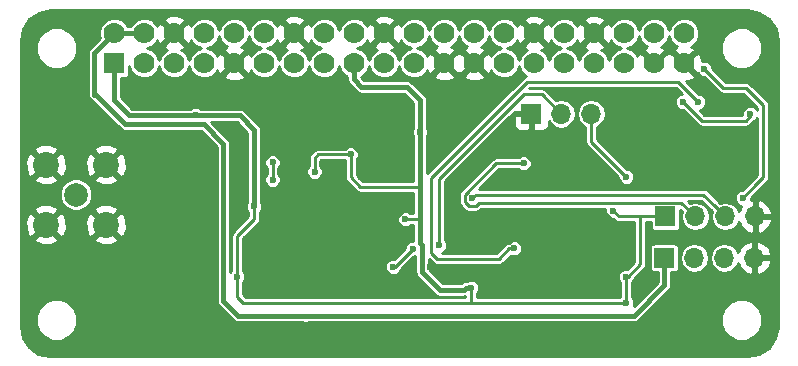
<source format=gbl>
G04 #@! TF.FileFunction,Copper,L2,Bot,Signal*
%FSLAX46Y46*%
G04 Gerber Fmt 4.6, Leading zero omitted, Abs format (unit mm)*
G04 Created by KiCad (PCBNEW 4.0.6) date 2017 October 18, Wednesday 08:02:58*
%MOMM*%
%LPD*%
G01*
G04 APERTURE LIST*
%ADD10C,0.100000*%
%ADD11C,0.600000*%
%ADD12R,1.700000X1.700000*%
%ADD13O,1.700000X1.700000*%
%ADD14C,2.200000*%
%ADD15C,2.000000*%
%ADD16R,1.778000X1.778000*%
%ADD17C,1.778000*%
%ADD18C,0.250000*%
%ADD19C,0.400000*%
%ADD20C,0.254000*%
G04 APERTURE END LIST*
D10*
D11*
X173863000Y-116306600D03*
X170129200Y-120573800D03*
X165023800Y-120611900D03*
X166052500Y-120599200D03*
X167068500Y-120586500D03*
X168084500Y-120561100D03*
X169100500Y-120573800D03*
X165442900Y-123850400D03*
X165519100Y-124866400D03*
X165785800Y-125844300D03*
X166801800Y-125857000D03*
X167817800Y-125857000D03*
X169875200Y-125882400D03*
X170916600Y-125933200D03*
X170891200Y-126949200D03*
X170878500Y-127965200D03*
X164509400Y-122669800D03*
X194000000Y-132600000D03*
X168846500Y-125882400D03*
X185000000Y-118250000D03*
X198000000Y-117750000D03*
X174250000Y-122500000D03*
X170878500Y-128981200D03*
X170878500Y-130009900D03*
X175800000Y-127800000D03*
X184500000Y-129250000D03*
X191750000Y-129000000D03*
X194000000Y-135000000D03*
X203250000Y-135000000D03*
X204000000Y-130000000D03*
X204250000Y-120000000D03*
X218000000Y-117250000D03*
X201250000Y-118000000D03*
X196250000Y-116500000D03*
X177750000Y-115250000D03*
X185500000Y-113750000D03*
X192500000Y-121000000D03*
X207500000Y-115000000D03*
X191150000Y-118800000D03*
X197600000Y-127450000D03*
X202450000Y-127200000D03*
X202400000Y-123000000D03*
X197650000Y-123100000D03*
X184750000Y-120150000D03*
X202600000Y-112950000D03*
X196300000Y-112800000D03*
X181500000Y-115250000D03*
X176600000Y-116700000D03*
X165500000Y-123000000D03*
X180700000Y-129800000D03*
X190600000Y-127750000D03*
X208850000Y-119650000D03*
X212550000Y-129350000D03*
X207050000Y-127550000D03*
X207550000Y-124900000D03*
X199950000Y-125250000D03*
X182600000Y-126250000D03*
X180900000Y-126200000D03*
X179100000Y-126200000D03*
X182550000Y-124850000D03*
X180900000Y-124850000D03*
X179150000Y-124850000D03*
X182450000Y-123450000D03*
X180850000Y-123450000D03*
D12*
X199136000Y-114808000D03*
D13*
X201676000Y-114808000D03*
X204216000Y-114808000D03*
D12*
X210420000Y-127000000D03*
D13*
X212960000Y-127000000D03*
X215500000Y-127000000D03*
X218040000Y-127000000D03*
D14*
X158060000Y-124190000D03*
X158060000Y-119110000D03*
X163140000Y-119110000D03*
X163140000Y-124190000D03*
D15*
X160600000Y-121650000D03*
D12*
X210500000Y-123500000D03*
D13*
X213040000Y-123500000D03*
X215580000Y-123500000D03*
X218120000Y-123500000D03*
D11*
X179150000Y-123450000D03*
D16*
X163830000Y-110520480D03*
D17*
X163830000Y-107980480D03*
X166370000Y-110520480D03*
X166370000Y-107980480D03*
X168910000Y-110520480D03*
X168910000Y-107980480D03*
X171450000Y-110520480D03*
X171450000Y-107980480D03*
X173990000Y-110520480D03*
X173990000Y-107980480D03*
X176530000Y-110520480D03*
X176530000Y-107980480D03*
X179070000Y-110520480D03*
X179070000Y-107980480D03*
X181610000Y-110520480D03*
X181610000Y-107980480D03*
X184150000Y-110520480D03*
X184150000Y-107980480D03*
X186690000Y-110520480D03*
X186690000Y-107980480D03*
X189230000Y-110520480D03*
X189230000Y-107980480D03*
X191770000Y-110520480D03*
X191770000Y-107980480D03*
X194310000Y-110520480D03*
X194310000Y-107980480D03*
X196850000Y-110520480D03*
X196850000Y-107980480D03*
X199390000Y-110520480D03*
X199390000Y-107980480D03*
X201930000Y-110520480D03*
X201930000Y-107980480D03*
X204470000Y-110520480D03*
X204470000Y-107980480D03*
X207010000Y-110520480D03*
X207010000Y-107980480D03*
X209550000Y-110520480D03*
X209550000Y-107980480D03*
X212090000Y-110520480D03*
X212090000Y-107980480D03*
D11*
X188087000Y-125476000D03*
X207200000Y-120150000D03*
X174256700Y-128600200D03*
X170738800Y-114922300D03*
X180797200Y-119710200D03*
X207190000Y-130800000D03*
X188500000Y-123750000D03*
X207190000Y-128610000D03*
X194056000Y-129540000D03*
X175700000Y-122650000D03*
X183850000Y-118250000D03*
X206100000Y-123000000D03*
X189750000Y-116350000D03*
X217043000Y-121920000D03*
X213800000Y-111000000D03*
X198500000Y-119000000D03*
X187452000Y-127762000D03*
X189103000Y-126238000D03*
X177241200Y-118922800D03*
X177241200Y-120396000D03*
X191350000Y-125950000D03*
X194150000Y-121950000D03*
X213300000Y-113800000D03*
X197700000Y-126200000D03*
X212000000Y-113800000D03*
X217700000Y-114800000D03*
D18*
X174256700Y-127279400D02*
X174256700Y-125145800D01*
X175700000Y-123702500D02*
X175700000Y-122650000D01*
X174256700Y-125145800D02*
X175700000Y-123702500D01*
X174256700Y-127203200D02*
X174256700Y-127279400D01*
X174256700Y-127279400D02*
X174256700Y-128600200D01*
X204216000Y-117166000D02*
X207200000Y-120150000D01*
X175196500Y-130800000D02*
X174780100Y-130800000D01*
X174256700Y-130276600D02*
X174256700Y-128600200D01*
X174780100Y-130800000D02*
X174256700Y-130276600D01*
D19*
X189750000Y-116350000D02*
X189750000Y-113664300D01*
X184137300Y-111874300D02*
X184137300Y-111556800D01*
X184137300Y-111556800D02*
X184137300Y-110533180D01*
X184772300Y-112509300D02*
X184137300Y-111874300D01*
X188595000Y-112509300D02*
X184772300Y-112509300D01*
X189750000Y-113664300D02*
X188595000Y-112509300D01*
X170738800Y-114922300D02*
X170738800Y-114947700D01*
X175700000Y-122650000D02*
X175700000Y-116187800D01*
X174459900Y-114947700D02*
X170738800Y-114947700D01*
X175700000Y-116187800D02*
X174459900Y-114947700D01*
X163817300Y-113665000D02*
X163817300Y-110533180D01*
X170738800Y-114947700D02*
X165100000Y-114947700D01*
X165100000Y-114947700D02*
X163817300Y-113665000D01*
D18*
X180441600Y-130800000D02*
X175196500Y-130800000D01*
X175196500Y-130800000D02*
X175148400Y-130800000D01*
X181114400Y-118250000D02*
X183850000Y-118250000D01*
X180797200Y-118567200D02*
X181114400Y-118250000D01*
X180797200Y-119710200D02*
X180797200Y-118567200D01*
X194056000Y-130800000D02*
X207190000Y-130800000D01*
X207190000Y-130800000D02*
X207190000Y-128610000D01*
X181550000Y-118250000D02*
X182000000Y-118250000D01*
X194056000Y-130800000D02*
X180441600Y-130800000D01*
X180441600Y-130800000D02*
X180425002Y-130800000D01*
D19*
X189750000Y-121000000D02*
X189750000Y-123750000D01*
D18*
X183850000Y-118250000D02*
X183850000Y-120175002D01*
X183850000Y-120175002D02*
X184674998Y-121000000D01*
X188500000Y-123750000D02*
X189750000Y-123750000D01*
D19*
X189750000Y-123750000D02*
X189750000Y-125750000D01*
X189750000Y-125750000D02*
X189899999Y-125899999D01*
X189899999Y-125899999D02*
X189899999Y-128186001D01*
X189899999Y-128186001D02*
X191413999Y-129700001D01*
X191413999Y-129700001D02*
X193471735Y-129700001D01*
X193471735Y-129700001D02*
X193631736Y-129540000D01*
X193631736Y-129540000D02*
X194056000Y-129540000D01*
D18*
X207190000Y-128610000D02*
X207320000Y-128610000D01*
X208370000Y-127560000D02*
X208370000Y-123500000D01*
X207320000Y-128610000D02*
X208370000Y-127560000D01*
X194056000Y-129540000D02*
X194056000Y-130800000D01*
X182000000Y-118250000D02*
X183850000Y-118250000D01*
X204216000Y-114808000D02*
X204216000Y-117166000D01*
X206600000Y-123500000D02*
X206100000Y-123000000D01*
X208370000Y-123500000D02*
X206600000Y-123500000D01*
X210500000Y-123500000D02*
X208370000Y-123500000D01*
D19*
X189750000Y-118250000D02*
X189750000Y-121000000D01*
D18*
X184674998Y-121000000D02*
X189750000Y-121000000D01*
D19*
X189750000Y-116350000D02*
X189750000Y-118250000D01*
X189750000Y-116107121D02*
X189750000Y-116350000D01*
D18*
X217043000Y-121920000D02*
X218186000Y-120777000D01*
X218200000Y-120763000D02*
X218212000Y-120763000D01*
X218200000Y-120763000D02*
X218186000Y-120777000D01*
X217300000Y-112600000D02*
X218200000Y-113500000D01*
X215400000Y-112600000D02*
X217300000Y-112600000D01*
X213800000Y-111000000D02*
X215400000Y-112600000D01*
X218800000Y-114100000D02*
X218200000Y-113500000D01*
X218800000Y-120175000D02*
X218800000Y-114100000D01*
X218212000Y-120763000D02*
X218800000Y-120175000D01*
X198299998Y-122324999D02*
X194700003Y-122324999D01*
X194700003Y-122324999D02*
X194450001Y-122575001D01*
X194450001Y-122575001D02*
X193849999Y-122575001D01*
X193849999Y-122575001D02*
X193524999Y-122250001D01*
X193524999Y-122250001D02*
X193524999Y-121649999D01*
X193524999Y-121649999D02*
X196174998Y-119000000D01*
X196174998Y-119000000D02*
X198500000Y-119000000D01*
X211864999Y-122324999D02*
X198299998Y-122324999D01*
X213040000Y-123500000D02*
X211864999Y-122324999D01*
X187579000Y-127762000D02*
X187452000Y-127762000D01*
X189103000Y-126238000D02*
X187579000Y-127762000D01*
X177241200Y-120396000D02*
X177241200Y-118922800D01*
X191350000Y-120308998D02*
X191350000Y-125950000D01*
X201676000Y-114808000D02*
X200018000Y-113150000D01*
X200018000Y-113150000D02*
X198508998Y-113150000D01*
X198508998Y-113150000D02*
X191350000Y-120308998D01*
X194150000Y-121950000D02*
X194449999Y-121650001D01*
X194449999Y-121650001D02*
X213730001Y-121650001D01*
X213730001Y-121650001D02*
X214730001Y-122650001D01*
X214730001Y-122650001D02*
X215580000Y-123500000D01*
D19*
X173088300Y-130644900D02*
X173088300Y-117373400D01*
X162160000Y-113087200D02*
X164782500Y-115709700D01*
X173088300Y-130644900D02*
X174333400Y-131890000D01*
X180077478Y-131890000D02*
X174333400Y-131890000D01*
X162160000Y-113087200D02*
X162160000Y-113004600D01*
X171424600Y-115709700D02*
X164782500Y-115709700D01*
X173088300Y-117373400D02*
X171424600Y-115709700D01*
X162160000Y-113180000D02*
X162160000Y-113004600D01*
X162160000Y-113004600D02*
X162160000Y-109637121D01*
X162160000Y-109637121D02*
X163830000Y-107967121D01*
X163830000Y-107967121D02*
X166370000Y-107967121D01*
X210420000Y-127000000D02*
X210420000Y-129290000D01*
X207820000Y-131890000D02*
X180077478Y-131890000D01*
X210420000Y-129290000D02*
X207820000Y-131890000D01*
X180077478Y-131890000D02*
X180017467Y-131950011D01*
D18*
X197700000Y-126200000D02*
X197300000Y-126200000D01*
X190800000Y-120100000D02*
X190800000Y-120075002D01*
X197300000Y-126200000D02*
X196400000Y-127100000D01*
X196400000Y-127100000D02*
X191200000Y-127100000D01*
X190800000Y-120075002D02*
X198775002Y-112100000D01*
X191200000Y-127100000D02*
X190700000Y-126600000D01*
X190700000Y-126600000D02*
X190700000Y-120200000D01*
X190700000Y-120200000D02*
X190800000Y-120100000D01*
X198775002Y-112100000D02*
X211600000Y-112100000D01*
X211600000Y-112100000D02*
X213300000Y-113800000D01*
X213600000Y-115400000D02*
X212000000Y-113800000D01*
X217300000Y-115400000D02*
X213600000Y-115400000D01*
X217700000Y-115000000D02*
X217300000Y-115400000D01*
X217700000Y-114800000D02*
X217700000Y-115000000D01*
D20*
G36*
X218470128Y-106257904D02*
X219292562Y-106807438D01*
X219842096Y-107629872D01*
X220044000Y-108644911D01*
X220044000Y-132847275D01*
X219813908Y-133828931D01*
X219247822Y-134616969D01*
X218419854Y-135130502D01*
X217518327Y-135294000D01*
X158344911Y-135294000D01*
X157387276Y-135103515D01*
X156613503Y-134586496D01*
X156096486Y-133812726D01*
X155906000Y-132855089D01*
X155906000Y-132600307D01*
X157202836Y-132600307D01*
X157469477Y-133245628D01*
X157962775Y-133739787D01*
X158607629Y-134007554D01*
X159305867Y-134008164D01*
X159951188Y-133741523D01*
X160445347Y-133248225D01*
X160713114Y-132603371D01*
X160713116Y-132600307D01*
X215203736Y-132600307D01*
X215470377Y-133245628D01*
X215963675Y-133739787D01*
X216608529Y-134007554D01*
X217306767Y-134008164D01*
X217952088Y-133741523D01*
X218446247Y-133248225D01*
X218714014Y-132603371D01*
X218714624Y-131905133D01*
X218447983Y-131259812D01*
X217954685Y-130765653D01*
X217309831Y-130497886D01*
X216611593Y-130497276D01*
X215966272Y-130763917D01*
X215472113Y-131257215D01*
X215204346Y-131902069D01*
X215203736Y-132600307D01*
X160713116Y-132600307D01*
X160713724Y-131905133D01*
X160447083Y-131259812D01*
X159953785Y-130765653D01*
X159308931Y-130497886D01*
X158610693Y-130497276D01*
X157965372Y-130763917D01*
X157471213Y-131257215D01*
X157203446Y-131902069D01*
X157202836Y-132600307D01*
X155906000Y-132600307D01*
X155906000Y-125414868D01*
X157014737Y-125414868D01*
X157125641Y-125692099D01*
X157771593Y-125935323D01*
X158461453Y-125912836D01*
X158994359Y-125692099D01*
X159105263Y-125414868D01*
X162094737Y-125414868D01*
X162205641Y-125692099D01*
X162851593Y-125935323D01*
X163541453Y-125912836D01*
X164074359Y-125692099D01*
X164185263Y-125414868D01*
X163140000Y-124369605D01*
X162094737Y-125414868D01*
X159105263Y-125414868D01*
X158060000Y-124369605D01*
X157014737Y-125414868D01*
X155906000Y-125414868D01*
X155906000Y-123901593D01*
X156314677Y-123901593D01*
X156337164Y-124591453D01*
X156557901Y-125124359D01*
X156835132Y-125235263D01*
X157880395Y-124190000D01*
X158239605Y-124190000D01*
X159284868Y-125235263D01*
X159562099Y-125124359D01*
X159805323Y-124478407D01*
X159786521Y-123901593D01*
X161394677Y-123901593D01*
X161417164Y-124591453D01*
X161637901Y-125124359D01*
X161915132Y-125235263D01*
X162960395Y-124190000D01*
X163319605Y-124190000D01*
X164364868Y-125235263D01*
X164642099Y-125124359D01*
X164885323Y-124478407D01*
X164862836Y-123788547D01*
X164642099Y-123255641D01*
X164364868Y-123144737D01*
X163319605Y-124190000D01*
X162960395Y-124190000D01*
X161915132Y-123144737D01*
X161637901Y-123255641D01*
X161394677Y-123901593D01*
X159786521Y-123901593D01*
X159782836Y-123788547D01*
X159562099Y-123255641D01*
X159284868Y-123144737D01*
X158239605Y-124190000D01*
X157880395Y-124190000D01*
X156835132Y-123144737D01*
X156557901Y-123255641D01*
X156314677Y-123901593D01*
X155906000Y-123901593D01*
X155906000Y-122965132D01*
X157014737Y-122965132D01*
X158060000Y-124010395D01*
X159105263Y-122965132D01*
X158994359Y-122687901D01*
X158348407Y-122444677D01*
X157658547Y-122467164D01*
X157125641Y-122687901D01*
X157014737Y-122965132D01*
X155906000Y-122965132D01*
X155906000Y-121923493D01*
X159218761Y-121923493D01*
X159428563Y-122431251D01*
X159816705Y-122820072D01*
X160324097Y-123030759D01*
X160873493Y-123031239D01*
X161033483Y-122965132D01*
X162094737Y-122965132D01*
X163140000Y-124010395D01*
X164185263Y-122965132D01*
X164074359Y-122687901D01*
X163428407Y-122444677D01*
X162738547Y-122467164D01*
X162205641Y-122687901D01*
X162094737Y-122965132D01*
X161033483Y-122965132D01*
X161381251Y-122821437D01*
X161770072Y-122433295D01*
X161980759Y-121925903D01*
X161981239Y-121376507D01*
X161771437Y-120868749D01*
X161383295Y-120479928D01*
X161033951Y-120334868D01*
X162094737Y-120334868D01*
X162205641Y-120612099D01*
X162851593Y-120855323D01*
X163541453Y-120832836D01*
X164074359Y-120612099D01*
X164185263Y-120334868D01*
X163140000Y-119289605D01*
X162094737Y-120334868D01*
X161033951Y-120334868D01*
X160875903Y-120269241D01*
X160326507Y-120268761D01*
X159818749Y-120478563D01*
X159429928Y-120866705D01*
X159219241Y-121374097D01*
X159218761Y-121923493D01*
X155906000Y-121923493D01*
X155906000Y-120334868D01*
X157014737Y-120334868D01*
X157125641Y-120612099D01*
X157771593Y-120855323D01*
X158461453Y-120832836D01*
X158994359Y-120612099D01*
X159105263Y-120334868D01*
X158060000Y-119289605D01*
X157014737Y-120334868D01*
X155906000Y-120334868D01*
X155906000Y-118821593D01*
X156314677Y-118821593D01*
X156337164Y-119511453D01*
X156557901Y-120044359D01*
X156835132Y-120155263D01*
X157880395Y-119110000D01*
X158239605Y-119110000D01*
X159284868Y-120155263D01*
X159562099Y-120044359D01*
X159805323Y-119398407D01*
X159786521Y-118821593D01*
X161394677Y-118821593D01*
X161417164Y-119511453D01*
X161637901Y-120044359D01*
X161915132Y-120155263D01*
X162960395Y-119110000D01*
X163319605Y-119110000D01*
X164364868Y-120155263D01*
X164642099Y-120044359D01*
X164885323Y-119398407D01*
X164862836Y-118708547D01*
X164642099Y-118175641D01*
X164364868Y-118064737D01*
X163319605Y-119110000D01*
X162960395Y-119110000D01*
X161915132Y-118064737D01*
X161637901Y-118175641D01*
X161394677Y-118821593D01*
X159786521Y-118821593D01*
X159782836Y-118708547D01*
X159562099Y-118175641D01*
X159284868Y-118064737D01*
X158239605Y-119110000D01*
X157880395Y-119110000D01*
X156835132Y-118064737D01*
X156557901Y-118175641D01*
X156314677Y-118821593D01*
X155906000Y-118821593D01*
X155906000Y-117885132D01*
X157014737Y-117885132D01*
X158060000Y-118930395D01*
X159105263Y-117885132D01*
X162094737Y-117885132D01*
X163140000Y-118930395D01*
X164185263Y-117885132D01*
X164074359Y-117607901D01*
X163428407Y-117364677D01*
X162738547Y-117387164D01*
X162205641Y-117607901D01*
X162094737Y-117885132D01*
X159105263Y-117885132D01*
X158994359Y-117607901D01*
X158348407Y-117364677D01*
X157658547Y-117387164D01*
X157125641Y-117607901D01*
X157014737Y-117885132D01*
X155906000Y-117885132D01*
X155906000Y-109598067D01*
X157202836Y-109598067D01*
X157469477Y-110243388D01*
X157962775Y-110737547D01*
X158607629Y-111005314D01*
X159305867Y-111005924D01*
X159951188Y-110739283D01*
X160445347Y-110245985D01*
X160698169Y-109637121D01*
X161579000Y-109637121D01*
X161579000Y-113180000D01*
X161623226Y-113402339D01*
X161749171Y-113590829D01*
X161937661Y-113716774D01*
X161975428Y-113724286D01*
X164371671Y-116120529D01*
X164560161Y-116246474D01*
X164782500Y-116290700D01*
X171183942Y-116290700D01*
X172507300Y-117614058D01*
X172507300Y-130644900D01*
X172551526Y-130867239D01*
X172677471Y-131055729D01*
X173922571Y-132300829D01*
X174111061Y-132426774D01*
X174333400Y-132471000D01*
X179771504Y-132471000D01*
X179795128Y-132486785D01*
X180017467Y-132531011D01*
X180239806Y-132486785D01*
X180263430Y-132471000D01*
X207820000Y-132471000D01*
X208042339Y-132426774D01*
X208230829Y-132300829D01*
X210830829Y-129700829D01*
X210956774Y-129512339D01*
X211001000Y-129290000D01*
X211001000Y-128238464D01*
X211270000Y-128238464D01*
X211411190Y-128211897D01*
X211540865Y-128128454D01*
X211627859Y-128001134D01*
X211658464Y-127850000D01*
X211658464Y-126975883D01*
X211729000Y-126975883D01*
X211729000Y-127024117D01*
X211822704Y-127495200D01*
X212089552Y-127894565D01*
X212488917Y-128161413D01*
X212960000Y-128255117D01*
X213431083Y-128161413D01*
X213830448Y-127894565D01*
X214097296Y-127495200D01*
X214191000Y-127024117D01*
X214191000Y-126975883D01*
X214269000Y-126975883D01*
X214269000Y-127024117D01*
X214362704Y-127495200D01*
X214629552Y-127894565D01*
X215028917Y-128161413D01*
X215500000Y-128255117D01*
X215971083Y-128161413D01*
X216370448Y-127894565D01*
X216637296Y-127495200D01*
X216645083Y-127456053D01*
X216844817Y-127881358D01*
X217273076Y-128271645D01*
X217683110Y-128441476D01*
X217913000Y-128320155D01*
X217913000Y-127127000D01*
X218167000Y-127127000D01*
X218167000Y-128320155D01*
X218396890Y-128441476D01*
X218806924Y-128271645D01*
X219235183Y-127881358D01*
X219481486Y-127356892D01*
X219360819Y-127127000D01*
X218167000Y-127127000D01*
X217913000Y-127127000D01*
X217893000Y-127127000D01*
X217893000Y-126873000D01*
X217913000Y-126873000D01*
X217913000Y-125679845D01*
X218167000Y-125679845D01*
X218167000Y-126873000D01*
X219360819Y-126873000D01*
X219481486Y-126643108D01*
X219235183Y-126118642D01*
X218806924Y-125728355D01*
X218396890Y-125558524D01*
X218167000Y-125679845D01*
X217913000Y-125679845D01*
X217683110Y-125558524D01*
X217273076Y-125728355D01*
X216844817Y-126118642D01*
X216645083Y-126543947D01*
X216637296Y-126504800D01*
X216370448Y-126105435D01*
X215971083Y-125838587D01*
X215500000Y-125744883D01*
X215028917Y-125838587D01*
X214629552Y-126105435D01*
X214362704Y-126504800D01*
X214269000Y-126975883D01*
X214191000Y-126975883D01*
X214097296Y-126504800D01*
X213830448Y-126105435D01*
X213431083Y-125838587D01*
X212960000Y-125744883D01*
X212488917Y-125838587D01*
X212089552Y-126105435D01*
X211822704Y-126504800D01*
X211729000Y-126975883D01*
X211658464Y-126975883D01*
X211658464Y-126150000D01*
X211631897Y-126008810D01*
X211548454Y-125879135D01*
X211421134Y-125792141D01*
X211270000Y-125761536D01*
X209570000Y-125761536D01*
X209428810Y-125788103D01*
X209299135Y-125871546D01*
X209212141Y-125998866D01*
X209181536Y-126150000D01*
X209181536Y-127850000D01*
X209208103Y-127991190D01*
X209291546Y-128120865D01*
X209418866Y-128207859D01*
X209570000Y-128238464D01*
X209839000Y-128238464D01*
X209839000Y-129049342D01*
X207813075Y-131075267D01*
X207870882Y-130936054D01*
X207871118Y-130665135D01*
X207767661Y-130414748D01*
X207696000Y-130342962D01*
X207696000Y-129067123D01*
X207766987Y-128996259D01*
X207850533Y-128795059D01*
X208727796Y-127917796D01*
X208837483Y-127753638D01*
X208876000Y-127560000D01*
X208876000Y-124006000D01*
X209261536Y-124006000D01*
X209261536Y-124350000D01*
X209288103Y-124491190D01*
X209371546Y-124620865D01*
X209498866Y-124707859D01*
X209650000Y-124738464D01*
X211350000Y-124738464D01*
X211491190Y-124711897D01*
X211620865Y-124628454D01*
X211707859Y-124501134D01*
X211738464Y-124350000D01*
X211738464Y-122914056D01*
X211890510Y-123066102D01*
X211809000Y-123475883D01*
X211809000Y-123524117D01*
X211902704Y-123995200D01*
X212169552Y-124394565D01*
X212568917Y-124661413D01*
X213040000Y-124755117D01*
X213511083Y-124661413D01*
X213910448Y-124394565D01*
X214177296Y-123995200D01*
X214271000Y-123524117D01*
X214271000Y-123475883D01*
X214177296Y-123004800D01*
X213910448Y-122605435D01*
X213511083Y-122338587D01*
X213040000Y-122244883D01*
X212589988Y-122334396D01*
X212411593Y-122156001D01*
X213520409Y-122156001D01*
X214430510Y-123066102D01*
X214349000Y-123475883D01*
X214349000Y-123524117D01*
X214442704Y-123995200D01*
X214709552Y-124394565D01*
X215108917Y-124661413D01*
X215580000Y-124755117D01*
X216051083Y-124661413D01*
X216450448Y-124394565D01*
X216717296Y-123995200D01*
X216725083Y-123956053D01*
X216924817Y-124381358D01*
X217353076Y-124771645D01*
X217763110Y-124941476D01*
X217993000Y-124820155D01*
X217993000Y-123627000D01*
X218247000Y-123627000D01*
X218247000Y-124820155D01*
X218476890Y-124941476D01*
X218886924Y-124771645D01*
X219315183Y-124381358D01*
X219561486Y-123856892D01*
X219440819Y-123627000D01*
X218247000Y-123627000D01*
X217993000Y-123627000D01*
X217973000Y-123627000D01*
X217973000Y-123373000D01*
X217993000Y-123373000D01*
X217993000Y-122179845D01*
X218247000Y-122179845D01*
X218247000Y-123373000D01*
X219440819Y-123373000D01*
X219561486Y-123143108D01*
X219315183Y-122618642D01*
X218886924Y-122228355D01*
X218476890Y-122058524D01*
X218247000Y-122179845D01*
X217993000Y-122179845D01*
X217763110Y-122058524D01*
X217714495Y-122078660D01*
X217723882Y-122056054D01*
X217723970Y-121954622D01*
X218533632Y-121144960D01*
X218569796Y-121120796D01*
X219157796Y-120532796D01*
X219207909Y-120457796D01*
X219267483Y-120368638D01*
X219306000Y-120175000D01*
X219306000Y-114100000D01*
X219267483Y-113906362D01*
X219157796Y-113742204D01*
X217657796Y-112242204D01*
X217493638Y-112132517D01*
X217300000Y-112094000D01*
X215609592Y-112094000D01*
X214481031Y-110965439D01*
X214481118Y-110865135D01*
X214377661Y-110614748D01*
X214186259Y-110423013D01*
X213936054Y-110319118D01*
X213665135Y-110318882D01*
X213607805Y-110342570D01*
X213599723Y-110152780D01*
X213417539Y-109712947D01*
X213162196Y-109627889D01*
X212269605Y-110520480D01*
X213162196Y-111413071D01*
X213228171Y-111391094D01*
X213413741Y-111576987D01*
X213663946Y-111680882D01*
X213765378Y-111680970D01*
X215042204Y-112957796D01*
X215206362Y-113067483D01*
X215400000Y-113106000D01*
X217090408Y-113106000D01*
X218294000Y-114309592D01*
X218294000Y-114454292D01*
X218277661Y-114414748D01*
X218086259Y-114223013D01*
X217836054Y-114119118D01*
X217565135Y-114118882D01*
X217314748Y-114222339D01*
X217123013Y-114413741D01*
X217019118Y-114663946D01*
X217018918Y-114894000D01*
X213809592Y-114894000D01*
X213396677Y-114481085D01*
X213434865Y-114481118D01*
X213685252Y-114377661D01*
X213876987Y-114186259D01*
X213980882Y-113936054D01*
X213981118Y-113665135D01*
X213877661Y-113414748D01*
X213686259Y-113223013D01*
X213436054Y-113119118D01*
X213334622Y-113119030D01*
X212254450Y-112038858D01*
X212457700Y-112030203D01*
X212897533Y-111848019D01*
X212982591Y-111592676D01*
X212090000Y-110700085D01*
X212075858Y-110714228D01*
X211896253Y-110534623D01*
X211910395Y-110520480D01*
X211017804Y-109627889D01*
X210820000Y-109693780D01*
X210622196Y-109627889D01*
X209729605Y-110520480D01*
X209743748Y-110534623D01*
X209564143Y-110714228D01*
X209550000Y-110700085D01*
X209535858Y-110714228D01*
X209356253Y-110534623D01*
X209370395Y-110520480D01*
X208477804Y-109627889D01*
X208222461Y-109712947D01*
X208141771Y-109933897D01*
X208087282Y-109802022D01*
X207730337Y-109444454D01*
X207263727Y-109250701D01*
X207261512Y-109250699D01*
X207728458Y-109057762D01*
X208086026Y-108700817D01*
X208279779Y-108234207D01*
X208279781Y-108231992D01*
X208472718Y-108698938D01*
X208829663Y-109056506D01*
X208950608Y-109106727D01*
X208742467Y-109192941D01*
X208657409Y-109448284D01*
X209550000Y-110340875D01*
X210442591Y-109448284D01*
X210357533Y-109192941D01*
X210136583Y-109112251D01*
X210268458Y-109057762D01*
X210626026Y-108700817D01*
X210819779Y-108234207D01*
X210819781Y-108231992D01*
X211012718Y-108698938D01*
X211369663Y-109056506D01*
X211490608Y-109106727D01*
X211282467Y-109192941D01*
X211197409Y-109448284D01*
X212090000Y-110340875D01*
X212832808Y-109598067D01*
X215203736Y-109598067D01*
X215470377Y-110243388D01*
X215963675Y-110737547D01*
X216608529Y-111005314D01*
X217306767Y-111005924D01*
X217952088Y-110739283D01*
X218446247Y-110245985D01*
X218714014Y-109601131D01*
X218714624Y-108902893D01*
X218447983Y-108257572D01*
X217954685Y-107763413D01*
X217309831Y-107495646D01*
X216611593Y-107495036D01*
X215966272Y-107761677D01*
X215472113Y-108254975D01*
X215204346Y-108899829D01*
X215203736Y-109598067D01*
X212832808Y-109598067D01*
X212982591Y-109448284D01*
X212897533Y-109192941D01*
X212676583Y-109112251D01*
X212808458Y-109057762D01*
X213166026Y-108700817D01*
X213359779Y-108234207D01*
X213360220Y-107728970D01*
X213167282Y-107262022D01*
X212810337Y-106904454D01*
X212343727Y-106710701D01*
X211838490Y-106710260D01*
X211371542Y-106903198D01*
X211013974Y-107260143D01*
X210820221Y-107726753D01*
X210820219Y-107728968D01*
X210627282Y-107262022D01*
X210270337Y-106904454D01*
X209803727Y-106710701D01*
X209298490Y-106710260D01*
X208831542Y-106903198D01*
X208473974Y-107260143D01*
X208280221Y-107726753D01*
X208280219Y-107728968D01*
X208087282Y-107262022D01*
X207730337Y-106904454D01*
X207263727Y-106710701D01*
X206758490Y-106710260D01*
X206291542Y-106903198D01*
X205933974Y-107260143D01*
X205883753Y-107381088D01*
X205797539Y-107172947D01*
X205542196Y-107087889D01*
X204649605Y-107980480D01*
X205542196Y-108873071D01*
X205797539Y-108788013D01*
X205878229Y-108567063D01*
X205932718Y-108698938D01*
X206289663Y-109056506D01*
X206756273Y-109250259D01*
X206758488Y-109250261D01*
X206291542Y-109443198D01*
X205933974Y-109800143D01*
X205740221Y-110266753D01*
X205740219Y-110268968D01*
X205547282Y-109802022D01*
X205190337Y-109444454D01*
X205069392Y-109394233D01*
X205277533Y-109308019D01*
X205362591Y-109052676D01*
X204470000Y-108160085D01*
X203577409Y-109052676D01*
X203662467Y-109308019D01*
X203883417Y-109388709D01*
X203751542Y-109443198D01*
X203393974Y-109800143D01*
X203200221Y-110266753D01*
X203200219Y-110268968D01*
X203007282Y-109802022D01*
X202650337Y-109444454D01*
X202183727Y-109250701D01*
X202181512Y-109250699D01*
X202648458Y-109057762D01*
X203006026Y-108700817D01*
X203056247Y-108579872D01*
X203142461Y-108788013D01*
X203397804Y-108873071D01*
X204290395Y-107980480D01*
X203397804Y-107087889D01*
X203142461Y-107172947D01*
X203061771Y-107393897D01*
X203007282Y-107262022D01*
X202654161Y-106908284D01*
X203577409Y-106908284D01*
X204470000Y-107800875D01*
X205362591Y-106908284D01*
X205277533Y-106652941D01*
X204708035Y-106444964D01*
X204102300Y-106470757D01*
X203662467Y-106652941D01*
X203577409Y-106908284D01*
X202654161Y-106908284D01*
X202650337Y-106904454D01*
X202183727Y-106710701D01*
X201678490Y-106710260D01*
X201211542Y-106903198D01*
X200853974Y-107260143D01*
X200803753Y-107381088D01*
X200717539Y-107172947D01*
X200462196Y-107087889D01*
X199569605Y-107980480D01*
X200462196Y-108873071D01*
X200717539Y-108788013D01*
X200798229Y-108567063D01*
X200852718Y-108698938D01*
X201209663Y-109056506D01*
X201676273Y-109250259D01*
X201678488Y-109250261D01*
X201211542Y-109443198D01*
X200853974Y-109800143D01*
X200660221Y-110266753D01*
X200660219Y-110268968D01*
X200467282Y-109802022D01*
X200110337Y-109444454D01*
X199989392Y-109394233D01*
X200197533Y-109308019D01*
X200282591Y-109052676D01*
X199390000Y-108160085D01*
X198497409Y-109052676D01*
X198582467Y-109308019D01*
X198803417Y-109388709D01*
X198671542Y-109443198D01*
X198313974Y-109800143D01*
X198120221Y-110266753D01*
X198120219Y-110268968D01*
X197927282Y-109802022D01*
X197570337Y-109444454D01*
X197103727Y-109250701D01*
X197101512Y-109250699D01*
X197568458Y-109057762D01*
X197926026Y-108700817D01*
X197976247Y-108579872D01*
X198062461Y-108788013D01*
X198317804Y-108873071D01*
X199210395Y-107980480D01*
X198317804Y-107087889D01*
X198062461Y-107172947D01*
X197981771Y-107393897D01*
X197927282Y-107262022D01*
X197574161Y-106908284D01*
X198497409Y-106908284D01*
X199390000Y-107800875D01*
X200282591Y-106908284D01*
X200197533Y-106652941D01*
X199628035Y-106444964D01*
X199022300Y-106470757D01*
X198582467Y-106652941D01*
X198497409Y-106908284D01*
X197574161Y-106908284D01*
X197570337Y-106904454D01*
X197103727Y-106710701D01*
X196598490Y-106710260D01*
X196131542Y-106903198D01*
X195773974Y-107260143D01*
X195580221Y-107726753D01*
X195580219Y-107728968D01*
X195387282Y-107262022D01*
X195030337Y-106904454D01*
X194563727Y-106710701D01*
X194058490Y-106710260D01*
X193591542Y-106903198D01*
X193233974Y-107260143D01*
X193040221Y-107726753D01*
X193040219Y-107728968D01*
X192847282Y-107262022D01*
X192490337Y-106904454D01*
X192023727Y-106710701D01*
X191518490Y-106710260D01*
X191051542Y-106903198D01*
X190693974Y-107260143D01*
X190500221Y-107726753D01*
X190500219Y-107728968D01*
X190307282Y-107262022D01*
X189950337Y-106904454D01*
X189483727Y-106710701D01*
X188978490Y-106710260D01*
X188511542Y-106903198D01*
X188153974Y-107260143D01*
X188103753Y-107381088D01*
X188017539Y-107172947D01*
X187762196Y-107087889D01*
X186869605Y-107980480D01*
X187762196Y-108873071D01*
X188017539Y-108788013D01*
X188098229Y-108567063D01*
X188152718Y-108698938D01*
X188509663Y-109056506D01*
X188976273Y-109250259D01*
X188978488Y-109250261D01*
X188511542Y-109443198D01*
X188153974Y-109800143D01*
X187960221Y-110266753D01*
X187960219Y-110268968D01*
X187767282Y-109802022D01*
X187410337Y-109444454D01*
X187289392Y-109394233D01*
X187497533Y-109308019D01*
X187582591Y-109052676D01*
X186690000Y-108160085D01*
X185797409Y-109052676D01*
X185882467Y-109308019D01*
X186103417Y-109388709D01*
X185971542Y-109443198D01*
X185613974Y-109800143D01*
X185420221Y-110266753D01*
X185420219Y-110268968D01*
X185227282Y-109802022D01*
X184870337Y-109444454D01*
X184403727Y-109250701D01*
X184401512Y-109250699D01*
X184868458Y-109057762D01*
X185226026Y-108700817D01*
X185276247Y-108579872D01*
X185362461Y-108788013D01*
X185617804Y-108873071D01*
X186510395Y-107980480D01*
X185617804Y-107087889D01*
X185362461Y-107172947D01*
X185281771Y-107393897D01*
X185227282Y-107262022D01*
X184874161Y-106908284D01*
X185797409Y-106908284D01*
X186690000Y-107800875D01*
X187582591Y-106908284D01*
X187497533Y-106652941D01*
X186928035Y-106444964D01*
X186322300Y-106470757D01*
X185882467Y-106652941D01*
X185797409Y-106908284D01*
X184874161Y-106908284D01*
X184870337Y-106904454D01*
X184403727Y-106710701D01*
X183898490Y-106710260D01*
X183431542Y-106903198D01*
X183073974Y-107260143D01*
X182880221Y-107726753D01*
X182880219Y-107728968D01*
X182687282Y-107262022D01*
X182330337Y-106904454D01*
X181863727Y-106710701D01*
X181358490Y-106710260D01*
X180891542Y-106903198D01*
X180533974Y-107260143D01*
X180483753Y-107381088D01*
X180397539Y-107172947D01*
X180142196Y-107087889D01*
X179249605Y-107980480D01*
X180142196Y-108873071D01*
X180397539Y-108788013D01*
X180478229Y-108567063D01*
X180532718Y-108698938D01*
X180889663Y-109056506D01*
X181356273Y-109250259D01*
X181358488Y-109250261D01*
X180891542Y-109443198D01*
X180533974Y-109800143D01*
X180340221Y-110266753D01*
X180340219Y-110268968D01*
X180147282Y-109802022D01*
X179790337Y-109444454D01*
X179669392Y-109394233D01*
X179877533Y-109308019D01*
X179962591Y-109052676D01*
X179070000Y-108160085D01*
X178177409Y-109052676D01*
X178262467Y-109308019D01*
X178483417Y-109388709D01*
X178351542Y-109443198D01*
X177993974Y-109800143D01*
X177800221Y-110266753D01*
X177800219Y-110268968D01*
X177607282Y-109802022D01*
X177250337Y-109444454D01*
X176783727Y-109250701D01*
X176781512Y-109250699D01*
X177248458Y-109057762D01*
X177606026Y-108700817D01*
X177656247Y-108579872D01*
X177742461Y-108788013D01*
X177997804Y-108873071D01*
X178890395Y-107980480D01*
X177997804Y-107087889D01*
X177742461Y-107172947D01*
X177661771Y-107393897D01*
X177607282Y-107262022D01*
X177254161Y-106908284D01*
X178177409Y-106908284D01*
X179070000Y-107800875D01*
X179962591Y-106908284D01*
X179877533Y-106652941D01*
X179308035Y-106444964D01*
X178702300Y-106470757D01*
X178262467Y-106652941D01*
X178177409Y-106908284D01*
X177254161Y-106908284D01*
X177250337Y-106904454D01*
X176783727Y-106710701D01*
X176278490Y-106710260D01*
X175811542Y-106903198D01*
X175453974Y-107260143D01*
X175260221Y-107726753D01*
X175260219Y-107728968D01*
X175067282Y-107262022D01*
X174710337Y-106904454D01*
X174243727Y-106710701D01*
X173738490Y-106710260D01*
X173271542Y-106903198D01*
X172913974Y-107260143D01*
X172720221Y-107726753D01*
X172720219Y-107728968D01*
X172527282Y-107262022D01*
X172170337Y-106904454D01*
X171703727Y-106710701D01*
X171198490Y-106710260D01*
X170731542Y-106903198D01*
X170373974Y-107260143D01*
X170323753Y-107381088D01*
X170237539Y-107172947D01*
X169982196Y-107087889D01*
X169089605Y-107980480D01*
X169982196Y-108873071D01*
X170237539Y-108788013D01*
X170318229Y-108567063D01*
X170372718Y-108698938D01*
X170729663Y-109056506D01*
X171196273Y-109250259D01*
X171198488Y-109250261D01*
X170731542Y-109443198D01*
X170373974Y-109800143D01*
X170180221Y-110266753D01*
X170180219Y-110268968D01*
X169987282Y-109802022D01*
X169630337Y-109444454D01*
X169509392Y-109394233D01*
X169717533Y-109308019D01*
X169802591Y-109052676D01*
X168910000Y-108160085D01*
X168017409Y-109052676D01*
X168102467Y-109308019D01*
X168323417Y-109388709D01*
X168191542Y-109443198D01*
X167833974Y-109800143D01*
X167640221Y-110266753D01*
X167640219Y-110268968D01*
X167447282Y-109802022D01*
X167090337Y-109444454D01*
X166623727Y-109250701D01*
X166621512Y-109250699D01*
X167088458Y-109057762D01*
X167446026Y-108700817D01*
X167496247Y-108579872D01*
X167582461Y-108788013D01*
X167837804Y-108873071D01*
X168730395Y-107980480D01*
X167837804Y-107087889D01*
X167582461Y-107172947D01*
X167501771Y-107393897D01*
X167447282Y-107262022D01*
X167094161Y-106908284D01*
X168017409Y-106908284D01*
X168910000Y-107800875D01*
X169802591Y-106908284D01*
X169717533Y-106652941D01*
X169148035Y-106444964D01*
X168542300Y-106470757D01*
X168102467Y-106652941D01*
X168017409Y-106908284D01*
X167094161Y-106908284D01*
X167090337Y-106904454D01*
X166623727Y-106710701D01*
X166118490Y-106710260D01*
X165651542Y-106903198D01*
X165293974Y-107260143D01*
X165241663Y-107386121D01*
X164958558Y-107386121D01*
X164907282Y-107262022D01*
X164550337Y-106904454D01*
X164083727Y-106710701D01*
X163578490Y-106710260D01*
X163111542Y-106903198D01*
X162753974Y-107260143D01*
X162560221Y-107726753D01*
X162559780Y-108231990D01*
X162613488Y-108361975D01*
X161749171Y-109226292D01*
X161623226Y-109414782D01*
X161579000Y-109637121D01*
X160698169Y-109637121D01*
X160713114Y-109601131D01*
X160713724Y-108902893D01*
X160447083Y-108257572D01*
X159953785Y-107763413D01*
X159308931Y-107495646D01*
X158610693Y-107495036D01*
X157965372Y-107761677D01*
X157471213Y-108254975D01*
X157203446Y-108899829D01*
X157202836Y-109598067D01*
X155906000Y-109598067D01*
X155906000Y-108594911D01*
X156104098Y-107599006D01*
X156642793Y-106792793D01*
X157449006Y-106254098D01*
X158444911Y-106056000D01*
X217455089Y-106056000D01*
X218470128Y-106257904D01*
X218470128Y-106257904D01*
G37*
X218470128Y-106257904D02*
X219292562Y-106807438D01*
X219842096Y-107629872D01*
X220044000Y-108644911D01*
X220044000Y-132847275D01*
X219813908Y-133828931D01*
X219247822Y-134616969D01*
X218419854Y-135130502D01*
X217518327Y-135294000D01*
X158344911Y-135294000D01*
X157387276Y-135103515D01*
X156613503Y-134586496D01*
X156096486Y-133812726D01*
X155906000Y-132855089D01*
X155906000Y-132600307D01*
X157202836Y-132600307D01*
X157469477Y-133245628D01*
X157962775Y-133739787D01*
X158607629Y-134007554D01*
X159305867Y-134008164D01*
X159951188Y-133741523D01*
X160445347Y-133248225D01*
X160713114Y-132603371D01*
X160713116Y-132600307D01*
X215203736Y-132600307D01*
X215470377Y-133245628D01*
X215963675Y-133739787D01*
X216608529Y-134007554D01*
X217306767Y-134008164D01*
X217952088Y-133741523D01*
X218446247Y-133248225D01*
X218714014Y-132603371D01*
X218714624Y-131905133D01*
X218447983Y-131259812D01*
X217954685Y-130765653D01*
X217309831Y-130497886D01*
X216611593Y-130497276D01*
X215966272Y-130763917D01*
X215472113Y-131257215D01*
X215204346Y-131902069D01*
X215203736Y-132600307D01*
X160713116Y-132600307D01*
X160713724Y-131905133D01*
X160447083Y-131259812D01*
X159953785Y-130765653D01*
X159308931Y-130497886D01*
X158610693Y-130497276D01*
X157965372Y-130763917D01*
X157471213Y-131257215D01*
X157203446Y-131902069D01*
X157202836Y-132600307D01*
X155906000Y-132600307D01*
X155906000Y-125414868D01*
X157014737Y-125414868D01*
X157125641Y-125692099D01*
X157771593Y-125935323D01*
X158461453Y-125912836D01*
X158994359Y-125692099D01*
X159105263Y-125414868D01*
X162094737Y-125414868D01*
X162205641Y-125692099D01*
X162851593Y-125935323D01*
X163541453Y-125912836D01*
X164074359Y-125692099D01*
X164185263Y-125414868D01*
X163140000Y-124369605D01*
X162094737Y-125414868D01*
X159105263Y-125414868D01*
X158060000Y-124369605D01*
X157014737Y-125414868D01*
X155906000Y-125414868D01*
X155906000Y-123901593D01*
X156314677Y-123901593D01*
X156337164Y-124591453D01*
X156557901Y-125124359D01*
X156835132Y-125235263D01*
X157880395Y-124190000D01*
X158239605Y-124190000D01*
X159284868Y-125235263D01*
X159562099Y-125124359D01*
X159805323Y-124478407D01*
X159786521Y-123901593D01*
X161394677Y-123901593D01*
X161417164Y-124591453D01*
X161637901Y-125124359D01*
X161915132Y-125235263D01*
X162960395Y-124190000D01*
X163319605Y-124190000D01*
X164364868Y-125235263D01*
X164642099Y-125124359D01*
X164885323Y-124478407D01*
X164862836Y-123788547D01*
X164642099Y-123255641D01*
X164364868Y-123144737D01*
X163319605Y-124190000D01*
X162960395Y-124190000D01*
X161915132Y-123144737D01*
X161637901Y-123255641D01*
X161394677Y-123901593D01*
X159786521Y-123901593D01*
X159782836Y-123788547D01*
X159562099Y-123255641D01*
X159284868Y-123144737D01*
X158239605Y-124190000D01*
X157880395Y-124190000D01*
X156835132Y-123144737D01*
X156557901Y-123255641D01*
X156314677Y-123901593D01*
X155906000Y-123901593D01*
X155906000Y-122965132D01*
X157014737Y-122965132D01*
X158060000Y-124010395D01*
X159105263Y-122965132D01*
X158994359Y-122687901D01*
X158348407Y-122444677D01*
X157658547Y-122467164D01*
X157125641Y-122687901D01*
X157014737Y-122965132D01*
X155906000Y-122965132D01*
X155906000Y-121923493D01*
X159218761Y-121923493D01*
X159428563Y-122431251D01*
X159816705Y-122820072D01*
X160324097Y-123030759D01*
X160873493Y-123031239D01*
X161033483Y-122965132D01*
X162094737Y-122965132D01*
X163140000Y-124010395D01*
X164185263Y-122965132D01*
X164074359Y-122687901D01*
X163428407Y-122444677D01*
X162738547Y-122467164D01*
X162205641Y-122687901D01*
X162094737Y-122965132D01*
X161033483Y-122965132D01*
X161381251Y-122821437D01*
X161770072Y-122433295D01*
X161980759Y-121925903D01*
X161981239Y-121376507D01*
X161771437Y-120868749D01*
X161383295Y-120479928D01*
X161033951Y-120334868D01*
X162094737Y-120334868D01*
X162205641Y-120612099D01*
X162851593Y-120855323D01*
X163541453Y-120832836D01*
X164074359Y-120612099D01*
X164185263Y-120334868D01*
X163140000Y-119289605D01*
X162094737Y-120334868D01*
X161033951Y-120334868D01*
X160875903Y-120269241D01*
X160326507Y-120268761D01*
X159818749Y-120478563D01*
X159429928Y-120866705D01*
X159219241Y-121374097D01*
X159218761Y-121923493D01*
X155906000Y-121923493D01*
X155906000Y-120334868D01*
X157014737Y-120334868D01*
X157125641Y-120612099D01*
X157771593Y-120855323D01*
X158461453Y-120832836D01*
X158994359Y-120612099D01*
X159105263Y-120334868D01*
X158060000Y-119289605D01*
X157014737Y-120334868D01*
X155906000Y-120334868D01*
X155906000Y-118821593D01*
X156314677Y-118821593D01*
X156337164Y-119511453D01*
X156557901Y-120044359D01*
X156835132Y-120155263D01*
X157880395Y-119110000D01*
X158239605Y-119110000D01*
X159284868Y-120155263D01*
X159562099Y-120044359D01*
X159805323Y-119398407D01*
X159786521Y-118821593D01*
X161394677Y-118821593D01*
X161417164Y-119511453D01*
X161637901Y-120044359D01*
X161915132Y-120155263D01*
X162960395Y-119110000D01*
X163319605Y-119110000D01*
X164364868Y-120155263D01*
X164642099Y-120044359D01*
X164885323Y-119398407D01*
X164862836Y-118708547D01*
X164642099Y-118175641D01*
X164364868Y-118064737D01*
X163319605Y-119110000D01*
X162960395Y-119110000D01*
X161915132Y-118064737D01*
X161637901Y-118175641D01*
X161394677Y-118821593D01*
X159786521Y-118821593D01*
X159782836Y-118708547D01*
X159562099Y-118175641D01*
X159284868Y-118064737D01*
X158239605Y-119110000D01*
X157880395Y-119110000D01*
X156835132Y-118064737D01*
X156557901Y-118175641D01*
X156314677Y-118821593D01*
X155906000Y-118821593D01*
X155906000Y-117885132D01*
X157014737Y-117885132D01*
X158060000Y-118930395D01*
X159105263Y-117885132D01*
X162094737Y-117885132D01*
X163140000Y-118930395D01*
X164185263Y-117885132D01*
X164074359Y-117607901D01*
X163428407Y-117364677D01*
X162738547Y-117387164D01*
X162205641Y-117607901D01*
X162094737Y-117885132D01*
X159105263Y-117885132D01*
X158994359Y-117607901D01*
X158348407Y-117364677D01*
X157658547Y-117387164D01*
X157125641Y-117607901D01*
X157014737Y-117885132D01*
X155906000Y-117885132D01*
X155906000Y-109598067D01*
X157202836Y-109598067D01*
X157469477Y-110243388D01*
X157962775Y-110737547D01*
X158607629Y-111005314D01*
X159305867Y-111005924D01*
X159951188Y-110739283D01*
X160445347Y-110245985D01*
X160698169Y-109637121D01*
X161579000Y-109637121D01*
X161579000Y-113180000D01*
X161623226Y-113402339D01*
X161749171Y-113590829D01*
X161937661Y-113716774D01*
X161975428Y-113724286D01*
X164371671Y-116120529D01*
X164560161Y-116246474D01*
X164782500Y-116290700D01*
X171183942Y-116290700D01*
X172507300Y-117614058D01*
X172507300Y-130644900D01*
X172551526Y-130867239D01*
X172677471Y-131055729D01*
X173922571Y-132300829D01*
X174111061Y-132426774D01*
X174333400Y-132471000D01*
X179771504Y-132471000D01*
X179795128Y-132486785D01*
X180017467Y-132531011D01*
X180239806Y-132486785D01*
X180263430Y-132471000D01*
X207820000Y-132471000D01*
X208042339Y-132426774D01*
X208230829Y-132300829D01*
X210830829Y-129700829D01*
X210956774Y-129512339D01*
X211001000Y-129290000D01*
X211001000Y-128238464D01*
X211270000Y-128238464D01*
X211411190Y-128211897D01*
X211540865Y-128128454D01*
X211627859Y-128001134D01*
X211658464Y-127850000D01*
X211658464Y-126975883D01*
X211729000Y-126975883D01*
X211729000Y-127024117D01*
X211822704Y-127495200D01*
X212089552Y-127894565D01*
X212488917Y-128161413D01*
X212960000Y-128255117D01*
X213431083Y-128161413D01*
X213830448Y-127894565D01*
X214097296Y-127495200D01*
X214191000Y-127024117D01*
X214191000Y-126975883D01*
X214269000Y-126975883D01*
X214269000Y-127024117D01*
X214362704Y-127495200D01*
X214629552Y-127894565D01*
X215028917Y-128161413D01*
X215500000Y-128255117D01*
X215971083Y-128161413D01*
X216370448Y-127894565D01*
X216637296Y-127495200D01*
X216645083Y-127456053D01*
X216844817Y-127881358D01*
X217273076Y-128271645D01*
X217683110Y-128441476D01*
X217913000Y-128320155D01*
X217913000Y-127127000D01*
X218167000Y-127127000D01*
X218167000Y-128320155D01*
X218396890Y-128441476D01*
X218806924Y-128271645D01*
X219235183Y-127881358D01*
X219481486Y-127356892D01*
X219360819Y-127127000D01*
X218167000Y-127127000D01*
X217913000Y-127127000D01*
X217893000Y-127127000D01*
X217893000Y-126873000D01*
X217913000Y-126873000D01*
X217913000Y-125679845D01*
X218167000Y-125679845D01*
X218167000Y-126873000D01*
X219360819Y-126873000D01*
X219481486Y-126643108D01*
X219235183Y-126118642D01*
X218806924Y-125728355D01*
X218396890Y-125558524D01*
X218167000Y-125679845D01*
X217913000Y-125679845D01*
X217683110Y-125558524D01*
X217273076Y-125728355D01*
X216844817Y-126118642D01*
X216645083Y-126543947D01*
X216637296Y-126504800D01*
X216370448Y-126105435D01*
X215971083Y-125838587D01*
X215500000Y-125744883D01*
X215028917Y-125838587D01*
X214629552Y-126105435D01*
X214362704Y-126504800D01*
X214269000Y-126975883D01*
X214191000Y-126975883D01*
X214097296Y-126504800D01*
X213830448Y-126105435D01*
X213431083Y-125838587D01*
X212960000Y-125744883D01*
X212488917Y-125838587D01*
X212089552Y-126105435D01*
X211822704Y-126504800D01*
X211729000Y-126975883D01*
X211658464Y-126975883D01*
X211658464Y-126150000D01*
X211631897Y-126008810D01*
X211548454Y-125879135D01*
X211421134Y-125792141D01*
X211270000Y-125761536D01*
X209570000Y-125761536D01*
X209428810Y-125788103D01*
X209299135Y-125871546D01*
X209212141Y-125998866D01*
X209181536Y-126150000D01*
X209181536Y-127850000D01*
X209208103Y-127991190D01*
X209291546Y-128120865D01*
X209418866Y-128207859D01*
X209570000Y-128238464D01*
X209839000Y-128238464D01*
X209839000Y-129049342D01*
X207813075Y-131075267D01*
X207870882Y-130936054D01*
X207871118Y-130665135D01*
X207767661Y-130414748D01*
X207696000Y-130342962D01*
X207696000Y-129067123D01*
X207766987Y-128996259D01*
X207850533Y-128795059D01*
X208727796Y-127917796D01*
X208837483Y-127753638D01*
X208876000Y-127560000D01*
X208876000Y-124006000D01*
X209261536Y-124006000D01*
X209261536Y-124350000D01*
X209288103Y-124491190D01*
X209371546Y-124620865D01*
X209498866Y-124707859D01*
X209650000Y-124738464D01*
X211350000Y-124738464D01*
X211491190Y-124711897D01*
X211620865Y-124628454D01*
X211707859Y-124501134D01*
X211738464Y-124350000D01*
X211738464Y-122914056D01*
X211890510Y-123066102D01*
X211809000Y-123475883D01*
X211809000Y-123524117D01*
X211902704Y-123995200D01*
X212169552Y-124394565D01*
X212568917Y-124661413D01*
X213040000Y-124755117D01*
X213511083Y-124661413D01*
X213910448Y-124394565D01*
X214177296Y-123995200D01*
X214271000Y-123524117D01*
X214271000Y-123475883D01*
X214177296Y-123004800D01*
X213910448Y-122605435D01*
X213511083Y-122338587D01*
X213040000Y-122244883D01*
X212589988Y-122334396D01*
X212411593Y-122156001D01*
X213520409Y-122156001D01*
X214430510Y-123066102D01*
X214349000Y-123475883D01*
X214349000Y-123524117D01*
X214442704Y-123995200D01*
X214709552Y-124394565D01*
X215108917Y-124661413D01*
X215580000Y-124755117D01*
X216051083Y-124661413D01*
X216450448Y-124394565D01*
X216717296Y-123995200D01*
X216725083Y-123956053D01*
X216924817Y-124381358D01*
X217353076Y-124771645D01*
X217763110Y-124941476D01*
X217993000Y-124820155D01*
X217993000Y-123627000D01*
X218247000Y-123627000D01*
X218247000Y-124820155D01*
X218476890Y-124941476D01*
X218886924Y-124771645D01*
X219315183Y-124381358D01*
X219561486Y-123856892D01*
X219440819Y-123627000D01*
X218247000Y-123627000D01*
X217993000Y-123627000D01*
X217973000Y-123627000D01*
X217973000Y-123373000D01*
X217993000Y-123373000D01*
X217993000Y-122179845D01*
X218247000Y-122179845D01*
X218247000Y-123373000D01*
X219440819Y-123373000D01*
X219561486Y-123143108D01*
X219315183Y-122618642D01*
X218886924Y-122228355D01*
X218476890Y-122058524D01*
X218247000Y-122179845D01*
X217993000Y-122179845D01*
X217763110Y-122058524D01*
X217714495Y-122078660D01*
X217723882Y-122056054D01*
X217723970Y-121954622D01*
X218533632Y-121144960D01*
X218569796Y-121120796D01*
X219157796Y-120532796D01*
X219207909Y-120457796D01*
X219267483Y-120368638D01*
X219306000Y-120175000D01*
X219306000Y-114100000D01*
X219267483Y-113906362D01*
X219157796Y-113742204D01*
X217657796Y-112242204D01*
X217493638Y-112132517D01*
X217300000Y-112094000D01*
X215609592Y-112094000D01*
X214481031Y-110965439D01*
X214481118Y-110865135D01*
X214377661Y-110614748D01*
X214186259Y-110423013D01*
X213936054Y-110319118D01*
X213665135Y-110318882D01*
X213607805Y-110342570D01*
X213599723Y-110152780D01*
X213417539Y-109712947D01*
X213162196Y-109627889D01*
X212269605Y-110520480D01*
X213162196Y-111413071D01*
X213228171Y-111391094D01*
X213413741Y-111576987D01*
X213663946Y-111680882D01*
X213765378Y-111680970D01*
X215042204Y-112957796D01*
X215206362Y-113067483D01*
X215400000Y-113106000D01*
X217090408Y-113106000D01*
X218294000Y-114309592D01*
X218294000Y-114454292D01*
X218277661Y-114414748D01*
X218086259Y-114223013D01*
X217836054Y-114119118D01*
X217565135Y-114118882D01*
X217314748Y-114222339D01*
X217123013Y-114413741D01*
X217019118Y-114663946D01*
X217018918Y-114894000D01*
X213809592Y-114894000D01*
X213396677Y-114481085D01*
X213434865Y-114481118D01*
X213685252Y-114377661D01*
X213876987Y-114186259D01*
X213980882Y-113936054D01*
X213981118Y-113665135D01*
X213877661Y-113414748D01*
X213686259Y-113223013D01*
X213436054Y-113119118D01*
X213334622Y-113119030D01*
X212254450Y-112038858D01*
X212457700Y-112030203D01*
X212897533Y-111848019D01*
X212982591Y-111592676D01*
X212090000Y-110700085D01*
X212075858Y-110714228D01*
X211896253Y-110534623D01*
X211910395Y-110520480D01*
X211017804Y-109627889D01*
X210820000Y-109693780D01*
X210622196Y-109627889D01*
X209729605Y-110520480D01*
X209743748Y-110534623D01*
X209564143Y-110714228D01*
X209550000Y-110700085D01*
X209535858Y-110714228D01*
X209356253Y-110534623D01*
X209370395Y-110520480D01*
X208477804Y-109627889D01*
X208222461Y-109712947D01*
X208141771Y-109933897D01*
X208087282Y-109802022D01*
X207730337Y-109444454D01*
X207263727Y-109250701D01*
X207261512Y-109250699D01*
X207728458Y-109057762D01*
X208086026Y-108700817D01*
X208279779Y-108234207D01*
X208279781Y-108231992D01*
X208472718Y-108698938D01*
X208829663Y-109056506D01*
X208950608Y-109106727D01*
X208742467Y-109192941D01*
X208657409Y-109448284D01*
X209550000Y-110340875D01*
X210442591Y-109448284D01*
X210357533Y-109192941D01*
X210136583Y-109112251D01*
X210268458Y-109057762D01*
X210626026Y-108700817D01*
X210819779Y-108234207D01*
X210819781Y-108231992D01*
X211012718Y-108698938D01*
X211369663Y-109056506D01*
X211490608Y-109106727D01*
X211282467Y-109192941D01*
X211197409Y-109448284D01*
X212090000Y-110340875D01*
X212832808Y-109598067D01*
X215203736Y-109598067D01*
X215470377Y-110243388D01*
X215963675Y-110737547D01*
X216608529Y-111005314D01*
X217306767Y-111005924D01*
X217952088Y-110739283D01*
X218446247Y-110245985D01*
X218714014Y-109601131D01*
X218714624Y-108902893D01*
X218447983Y-108257572D01*
X217954685Y-107763413D01*
X217309831Y-107495646D01*
X216611593Y-107495036D01*
X215966272Y-107761677D01*
X215472113Y-108254975D01*
X215204346Y-108899829D01*
X215203736Y-109598067D01*
X212832808Y-109598067D01*
X212982591Y-109448284D01*
X212897533Y-109192941D01*
X212676583Y-109112251D01*
X212808458Y-109057762D01*
X213166026Y-108700817D01*
X213359779Y-108234207D01*
X213360220Y-107728970D01*
X213167282Y-107262022D01*
X212810337Y-106904454D01*
X212343727Y-106710701D01*
X211838490Y-106710260D01*
X211371542Y-106903198D01*
X211013974Y-107260143D01*
X210820221Y-107726753D01*
X210820219Y-107728968D01*
X210627282Y-107262022D01*
X210270337Y-106904454D01*
X209803727Y-106710701D01*
X209298490Y-106710260D01*
X208831542Y-106903198D01*
X208473974Y-107260143D01*
X208280221Y-107726753D01*
X208280219Y-107728968D01*
X208087282Y-107262022D01*
X207730337Y-106904454D01*
X207263727Y-106710701D01*
X206758490Y-106710260D01*
X206291542Y-106903198D01*
X205933974Y-107260143D01*
X205883753Y-107381088D01*
X205797539Y-107172947D01*
X205542196Y-107087889D01*
X204649605Y-107980480D01*
X205542196Y-108873071D01*
X205797539Y-108788013D01*
X205878229Y-108567063D01*
X205932718Y-108698938D01*
X206289663Y-109056506D01*
X206756273Y-109250259D01*
X206758488Y-109250261D01*
X206291542Y-109443198D01*
X205933974Y-109800143D01*
X205740221Y-110266753D01*
X205740219Y-110268968D01*
X205547282Y-109802022D01*
X205190337Y-109444454D01*
X205069392Y-109394233D01*
X205277533Y-109308019D01*
X205362591Y-109052676D01*
X204470000Y-108160085D01*
X203577409Y-109052676D01*
X203662467Y-109308019D01*
X203883417Y-109388709D01*
X203751542Y-109443198D01*
X203393974Y-109800143D01*
X203200221Y-110266753D01*
X203200219Y-110268968D01*
X203007282Y-109802022D01*
X202650337Y-109444454D01*
X202183727Y-109250701D01*
X202181512Y-109250699D01*
X202648458Y-109057762D01*
X203006026Y-108700817D01*
X203056247Y-108579872D01*
X203142461Y-108788013D01*
X203397804Y-108873071D01*
X204290395Y-107980480D01*
X203397804Y-107087889D01*
X203142461Y-107172947D01*
X203061771Y-107393897D01*
X203007282Y-107262022D01*
X202654161Y-106908284D01*
X203577409Y-106908284D01*
X204470000Y-107800875D01*
X205362591Y-106908284D01*
X205277533Y-106652941D01*
X204708035Y-106444964D01*
X204102300Y-106470757D01*
X203662467Y-106652941D01*
X203577409Y-106908284D01*
X202654161Y-106908284D01*
X202650337Y-106904454D01*
X202183727Y-106710701D01*
X201678490Y-106710260D01*
X201211542Y-106903198D01*
X200853974Y-107260143D01*
X200803753Y-107381088D01*
X200717539Y-107172947D01*
X200462196Y-107087889D01*
X199569605Y-107980480D01*
X200462196Y-108873071D01*
X200717539Y-108788013D01*
X200798229Y-108567063D01*
X200852718Y-108698938D01*
X201209663Y-109056506D01*
X201676273Y-109250259D01*
X201678488Y-109250261D01*
X201211542Y-109443198D01*
X200853974Y-109800143D01*
X200660221Y-110266753D01*
X200660219Y-110268968D01*
X200467282Y-109802022D01*
X200110337Y-109444454D01*
X199989392Y-109394233D01*
X200197533Y-109308019D01*
X200282591Y-109052676D01*
X199390000Y-108160085D01*
X198497409Y-109052676D01*
X198582467Y-109308019D01*
X198803417Y-109388709D01*
X198671542Y-109443198D01*
X198313974Y-109800143D01*
X198120221Y-110266753D01*
X198120219Y-110268968D01*
X197927282Y-109802022D01*
X197570337Y-109444454D01*
X197103727Y-109250701D01*
X197101512Y-109250699D01*
X197568458Y-109057762D01*
X197926026Y-108700817D01*
X197976247Y-108579872D01*
X198062461Y-108788013D01*
X198317804Y-108873071D01*
X199210395Y-107980480D01*
X198317804Y-107087889D01*
X198062461Y-107172947D01*
X197981771Y-107393897D01*
X197927282Y-107262022D01*
X197574161Y-106908284D01*
X198497409Y-106908284D01*
X199390000Y-107800875D01*
X200282591Y-106908284D01*
X200197533Y-106652941D01*
X199628035Y-106444964D01*
X199022300Y-106470757D01*
X198582467Y-106652941D01*
X198497409Y-106908284D01*
X197574161Y-106908284D01*
X197570337Y-106904454D01*
X197103727Y-106710701D01*
X196598490Y-106710260D01*
X196131542Y-106903198D01*
X195773974Y-107260143D01*
X195580221Y-107726753D01*
X195580219Y-107728968D01*
X195387282Y-107262022D01*
X195030337Y-106904454D01*
X194563727Y-106710701D01*
X194058490Y-106710260D01*
X193591542Y-106903198D01*
X193233974Y-107260143D01*
X193040221Y-107726753D01*
X193040219Y-107728968D01*
X192847282Y-107262022D01*
X192490337Y-106904454D01*
X192023727Y-106710701D01*
X191518490Y-106710260D01*
X191051542Y-106903198D01*
X190693974Y-107260143D01*
X190500221Y-107726753D01*
X190500219Y-107728968D01*
X190307282Y-107262022D01*
X189950337Y-106904454D01*
X189483727Y-106710701D01*
X188978490Y-106710260D01*
X188511542Y-106903198D01*
X188153974Y-107260143D01*
X188103753Y-107381088D01*
X188017539Y-107172947D01*
X187762196Y-107087889D01*
X186869605Y-107980480D01*
X187762196Y-108873071D01*
X188017539Y-108788013D01*
X188098229Y-108567063D01*
X188152718Y-108698938D01*
X188509663Y-109056506D01*
X188976273Y-109250259D01*
X188978488Y-109250261D01*
X188511542Y-109443198D01*
X188153974Y-109800143D01*
X187960221Y-110266753D01*
X187960219Y-110268968D01*
X187767282Y-109802022D01*
X187410337Y-109444454D01*
X187289392Y-109394233D01*
X187497533Y-109308019D01*
X187582591Y-109052676D01*
X186690000Y-108160085D01*
X185797409Y-109052676D01*
X185882467Y-109308019D01*
X186103417Y-109388709D01*
X185971542Y-109443198D01*
X185613974Y-109800143D01*
X185420221Y-110266753D01*
X185420219Y-110268968D01*
X185227282Y-109802022D01*
X184870337Y-109444454D01*
X184403727Y-109250701D01*
X184401512Y-109250699D01*
X184868458Y-109057762D01*
X185226026Y-108700817D01*
X185276247Y-108579872D01*
X185362461Y-108788013D01*
X185617804Y-108873071D01*
X186510395Y-107980480D01*
X185617804Y-107087889D01*
X185362461Y-107172947D01*
X185281771Y-107393897D01*
X185227282Y-107262022D01*
X184874161Y-106908284D01*
X185797409Y-106908284D01*
X186690000Y-107800875D01*
X187582591Y-106908284D01*
X187497533Y-106652941D01*
X186928035Y-106444964D01*
X186322300Y-106470757D01*
X185882467Y-106652941D01*
X185797409Y-106908284D01*
X184874161Y-106908284D01*
X184870337Y-106904454D01*
X184403727Y-106710701D01*
X183898490Y-106710260D01*
X183431542Y-106903198D01*
X183073974Y-107260143D01*
X182880221Y-107726753D01*
X182880219Y-107728968D01*
X182687282Y-107262022D01*
X182330337Y-106904454D01*
X181863727Y-106710701D01*
X181358490Y-106710260D01*
X180891542Y-106903198D01*
X180533974Y-107260143D01*
X180483753Y-107381088D01*
X180397539Y-107172947D01*
X180142196Y-107087889D01*
X179249605Y-107980480D01*
X180142196Y-108873071D01*
X180397539Y-108788013D01*
X180478229Y-108567063D01*
X180532718Y-108698938D01*
X180889663Y-109056506D01*
X181356273Y-109250259D01*
X181358488Y-109250261D01*
X180891542Y-109443198D01*
X180533974Y-109800143D01*
X180340221Y-110266753D01*
X180340219Y-110268968D01*
X180147282Y-109802022D01*
X179790337Y-109444454D01*
X179669392Y-109394233D01*
X179877533Y-109308019D01*
X179962591Y-109052676D01*
X179070000Y-108160085D01*
X178177409Y-109052676D01*
X178262467Y-109308019D01*
X178483417Y-109388709D01*
X178351542Y-109443198D01*
X177993974Y-109800143D01*
X177800221Y-110266753D01*
X177800219Y-110268968D01*
X177607282Y-109802022D01*
X177250337Y-109444454D01*
X176783727Y-109250701D01*
X176781512Y-109250699D01*
X177248458Y-109057762D01*
X177606026Y-108700817D01*
X177656247Y-108579872D01*
X177742461Y-108788013D01*
X177997804Y-108873071D01*
X178890395Y-107980480D01*
X177997804Y-107087889D01*
X177742461Y-107172947D01*
X177661771Y-107393897D01*
X177607282Y-107262022D01*
X177254161Y-106908284D01*
X178177409Y-106908284D01*
X179070000Y-107800875D01*
X179962591Y-106908284D01*
X179877533Y-106652941D01*
X179308035Y-106444964D01*
X178702300Y-106470757D01*
X178262467Y-106652941D01*
X178177409Y-106908284D01*
X177254161Y-106908284D01*
X177250337Y-106904454D01*
X176783727Y-106710701D01*
X176278490Y-106710260D01*
X175811542Y-106903198D01*
X175453974Y-107260143D01*
X175260221Y-107726753D01*
X175260219Y-107728968D01*
X175067282Y-107262022D01*
X174710337Y-106904454D01*
X174243727Y-106710701D01*
X173738490Y-106710260D01*
X173271542Y-106903198D01*
X172913974Y-107260143D01*
X172720221Y-107726753D01*
X172720219Y-107728968D01*
X172527282Y-107262022D01*
X172170337Y-106904454D01*
X171703727Y-106710701D01*
X171198490Y-106710260D01*
X170731542Y-106903198D01*
X170373974Y-107260143D01*
X170323753Y-107381088D01*
X170237539Y-107172947D01*
X169982196Y-107087889D01*
X169089605Y-107980480D01*
X169982196Y-108873071D01*
X170237539Y-108788013D01*
X170318229Y-108567063D01*
X170372718Y-108698938D01*
X170729663Y-109056506D01*
X171196273Y-109250259D01*
X171198488Y-109250261D01*
X170731542Y-109443198D01*
X170373974Y-109800143D01*
X170180221Y-110266753D01*
X170180219Y-110268968D01*
X169987282Y-109802022D01*
X169630337Y-109444454D01*
X169509392Y-109394233D01*
X169717533Y-109308019D01*
X169802591Y-109052676D01*
X168910000Y-108160085D01*
X168017409Y-109052676D01*
X168102467Y-109308019D01*
X168323417Y-109388709D01*
X168191542Y-109443198D01*
X167833974Y-109800143D01*
X167640221Y-110266753D01*
X167640219Y-110268968D01*
X167447282Y-109802022D01*
X167090337Y-109444454D01*
X166623727Y-109250701D01*
X166621512Y-109250699D01*
X167088458Y-109057762D01*
X167446026Y-108700817D01*
X167496247Y-108579872D01*
X167582461Y-108788013D01*
X167837804Y-108873071D01*
X168730395Y-107980480D01*
X167837804Y-107087889D01*
X167582461Y-107172947D01*
X167501771Y-107393897D01*
X167447282Y-107262022D01*
X167094161Y-106908284D01*
X168017409Y-106908284D01*
X168910000Y-107800875D01*
X169802591Y-106908284D01*
X169717533Y-106652941D01*
X169148035Y-106444964D01*
X168542300Y-106470757D01*
X168102467Y-106652941D01*
X168017409Y-106908284D01*
X167094161Y-106908284D01*
X167090337Y-106904454D01*
X166623727Y-106710701D01*
X166118490Y-106710260D01*
X165651542Y-106903198D01*
X165293974Y-107260143D01*
X165241663Y-107386121D01*
X164958558Y-107386121D01*
X164907282Y-107262022D01*
X164550337Y-106904454D01*
X164083727Y-106710701D01*
X163578490Y-106710260D01*
X163111542Y-106903198D01*
X162753974Y-107260143D01*
X162560221Y-107726753D01*
X162559780Y-108231990D01*
X162613488Y-108361975D01*
X161749171Y-109226292D01*
X161623226Y-109414782D01*
X161579000Y-109637121D01*
X160698169Y-109637121D01*
X160713114Y-109601131D01*
X160713724Y-108902893D01*
X160447083Y-108257572D01*
X159953785Y-107763413D01*
X159308931Y-107495646D01*
X158610693Y-107495036D01*
X157965372Y-107761677D01*
X157471213Y-108254975D01*
X157203446Y-108899829D01*
X157202836Y-109598067D01*
X155906000Y-109598067D01*
X155906000Y-108594911D01*
X156104098Y-107599006D01*
X156642793Y-106792793D01*
X157449006Y-106254098D01*
X158444911Y-106056000D01*
X217455089Y-106056000D01*
X218470128Y-106257904D01*
G36*
X175452718Y-108698938D02*
X175809663Y-109056506D01*
X176276273Y-109250259D01*
X176278488Y-109250261D01*
X175811542Y-109443198D01*
X175453974Y-109800143D01*
X175403753Y-109921088D01*
X175317539Y-109712947D01*
X175062196Y-109627889D01*
X174169605Y-110520480D01*
X175062196Y-111413071D01*
X175317539Y-111328013D01*
X175398229Y-111107063D01*
X175452718Y-111238938D01*
X175809663Y-111596506D01*
X176276273Y-111790259D01*
X176781510Y-111790700D01*
X177248458Y-111597762D01*
X177606026Y-111240817D01*
X177799779Y-110774207D01*
X177799781Y-110771992D01*
X177992718Y-111238938D01*
X178349663Y-111596506D01*
X178816273Y-111790259D01*
X179321510Y-111790700D01*
X179788458Y-111597762D01*
X180146026Y-111240817D01*
X180339779Y-110774207D01*
X180339781Y-110771992D01*
X180532718Y-111238938D01*
X180889663Y-111596506D01*
X181356273Y-111790259D01*
X181861510Y-111790700D01*
X182328458Y-111597762D01*
X182686026Y-111240817D01*
X182879779Y-110774207D01*
X182879781Y-110771992D01*
X183072718Y-111238938D01*
X183429663Y-111596506D01*
X183556300Y-111649090D01*
X183556300Y-111874300D01*
X183600526Y-112096639D01*
X183726471Y-112285129D01*
X184361471Y-112920129D01*
X184549961Y-113046074D01*
X184772300Y-113090300D01*
X188354342Y-113090300D01*
X189169000Y-113904958D01*
X189169000Y-115973405D01*
X189069118Y-116213946D01*
X189068882Y-116484865D01*
X189169000Y-116727171D01*
X189169000Y-120494000D01*
X184884590Y-120494000D01*
X184356000Y-119965410D01*
X184356000Y-118707123D01*
X184426987Y-118636259D01*
X184530882Y-118386054D01*
X184531118Y-118115135D01*
X184427661Y-117864748D01*
X184236259Y-117673013D01*
X183986054Y-117569118D01*
X183715135Y-117568882D01*
X183464748Y-117672339D01*
X183392962Y-117744000D01*
X181114400Y-117744000D01*
X180920762Y-117782517D01*
X180799202Y-117863741D01*
X180756604Y-117892204D01*
X180439404Y-118209404D01*
X180329717Y-118373562D01*
X180291200Y-118567200D01*
X180291200Y-119253077D01*
X180220213Y-119323941D01*
X180116318Y-119574146D01*
X180116082Y-119845065D01*
X180219539Y-120095452D01*
X180410941Y-120287187D01*
X180661146Y-120391082D01*
X180932065Y-120391318D01*
X181182452Y-120287861D01*
X181374187Y-120096459D01*
X181478082Y-119846254D01*
X181478318Y-119575335D01*
X181374861Y-119324948D01*
X181303200Y-119253162D01*
X181303200Y-118776792D01*
X181323992Y-118756000D01*
X183344000Y-118756000D01*
X183344000Y-120175002D01*
X183382517Y-120368640D01*
X183492204Y-120532798D01*
X184317202Y-121357796D01*
X184481360Y-121467483D01*
X184674998Y-121506000D01*
X189169000Y-121506000D01*
X189169000Y-123244000D01*
X188957123Y-123244000D01*
X188886259Y-123173013D01*
X188636054Y-123069118D01*
X188365135Y-123068882D01*
X188114748Y-123172339D01*
X187923013Y-123363741D01*
X187819118Y-123613946D01*
X187818882Y-123884865D01*
X187922339Y-124135252D01*
X188113741Y-124326987D01*
X188363946Y-124430882D01*
X188634865Y-124431118D01*
X188885252Y-124327661D01*
X188957038Y-124256000D01*
X189169000Y-124256000D01*
X189169000Y-125557057D01*
X188968135Y-125556882D01*
X188717748Y-125660339D01*
X188526013Y-125851741D01*
X188422118Y-126101946D01*
X188422030Y-126203378D01*
X187544328Y-127081080D01*
X187317135Y-127080882D01*
X187066748Y-127184339D01*
X186875013Y-127375741D01*
X186771118Y-127625946D01*
X186770882Y-127896865D01*
X186874339Y-128147252D01*
X187065741Y-128338987D01*
X187315946Y-128442882D01*
X187586865Y-128443118D01*
X187837252Y-128339661D01*
X188028987Y-128148259D01*
X188114664Y-127941928D01*
X189137561Y-126919031D01*
X189237865Y-126919118D01*
X189318999Y-126885594D01*
X189318999Y-128186001D01*
X189363225Y-128408340D01*
X189489170Y-128596830D01*
X191003170Y-130110830D01*
X191191660Y-130236775D01*
X191413999Y-130281001D01*
X193471735Y-130281001D01*
X193550000Y-130265433D01*
X193550000Y-130294000D01*
X174989692Y-130294000D01*
X174762700Y-130067008D01*
X174762700Y-129057323D01*
X174833687Y-128986459D01*
X174937582Y-128736254D01*
X174937818Y-128465335D01*
X174834361Y-128214948D01*
X174762700Y-128143162D01*
X174762700Y-125355392D01*
X176057796Y-124060296D01*
X176167483Y-123896138D01*
X176206000Y-123702500D01*
X176206000Y-123107123D01*
X176276987Y-123036259D01*
X176380882Y-122786054D01*
X176381118Y-122515135D01*
X176281000Y-122272829D01*
X176281000Y-119057665D01*
X176560082Y-119057665D01*
X176663539Y-119308052D01*
X176735200Y-119379838D01*
X176735200Y-119938877D01*
X176664213Y-120009741D01*
X176560318Y-120259946D01*
X176560082Y-120530865D01*
X176663539Y-120781252D01*
X176854941Y-120972987D01*
X177105146Y-121076882D01*
X177376065Y-121077118D01*
X177626452Y-120973661D01*
X177818187Y-120782259D01*
X177922082Y-120532054D01*
X177922318Y-120261135D01*
X177818861Y-120010748D01*
X177747200Y-119938962D01*
X177747200Y-119379923D01*
X177818187Y-119309059D01*
X177922082Y-119058854D01*
X177922318Y-118787935D01*
X177818861Y-118537548D01*
X177627459Y-118345813D01*
X177377254Y-118241918D01*
X177106335Y-118241682D01*
X176855948Y-118345139D01*
X176664213Y-118536541D01*
X176560318Y-118786746D01*
X176560082Y-119057665D01*
X176281000Y-119057665D01*
X176281000Y-116187800D01*
X176236774Y-115965461D01*
X176110829Y-115776971D01*
X174870729Y-114536871D01*
X174682239Y-114410926D01*
X174459900Y-114366700D01*
X171146409Y-114366700D01*
X171125059Y-114345313D01*
X170874854Y-114241418D01*
X170603935Y-114241182D01*
X170353548Y-114344639D01*
X170331449Y-114366700D01*
X165340658Y-114366700D01*
X164398300Y-113424342D01*
X164398300Y-111797944D01*
X164719000Y-111797944D01*
X164860190Y-111771377D01*
X164989865Y-111687934D01*
X165076859Y-111560614D01*
X165107464Y-111409480D01*
X165107464Y-110790587D01*
X165292718Y-111238938D01*
X165649663Y-111596506D01*
X166116273Y-111790259D01*
X166621510Y-111790700D01*
X167088458Y-111597762D01*
X167446026Y-111240817D01*
X167639779Y-110774207D01*
X167639781Y-110771992D01*
X167832718Y-111238938D01*
X168189663Y-111596506D01*
X168656273Y-111790259D01*
X169161510Y-111790700D01*
X169628458Y-111597762D01*
X169986026Y-111240817D01*
X170179779Y-110774207D01*
X170179781Y-110771992D01*
X170372718Y-111238938D01*
X170729663Y-111596506D01*
X171196273Y-111790259D01*
X171701510Y-111790700D01*
X172168458Y-111597762D01*
X172173552Y-111592676D01*
X173097409Y-111592676D01*
X173182467Y-111848019D01*
X173751965Y-112055996D01*
X174357700Y-112030203D01*
X174797533Y-111848019D01*
X174882591Y-111592676D01*
X173990000Y-110700085D01*
X173097409Y-111592676D01*
X172173552Y-111592676D01*
X172526026Y-111240817D01*
X172576247Y-111119872D01*
X172662461Y-111328013D01*
X172917804Y-111413071D01*
X173810395Y-110520480D01*
X172917804Y-109627889D01*
X172662461Y-109712947D01*
X172581771Y-109933897D01*
X172527282Y-109802022D01*
X172170337Y-109444454D01*
X171703727Y-109250701D01*
X171701512Y-109250699D01*
X172168458Y-109057762D01*
X172526026Y-108700817D01*
X172719779Y-108234207D01*
X172719781Y-108231992D01*
X172912718Y-108698938D01*
X173269663Y-109056506D01*
X173390608Y-109106727D01*
X173182467Y-109192941D01*
X173097409Y-109448284D01*
X173990000Y-110340875D01*
X174882591Y-109448284D01*
X174797533Y-109192941D01*
X174576583Y-109112251D01*
X174708458Y-109057762D01*
X175066026Y-108700817D01*
X175259779Y-108234207D01*
X175259781Y-108231992D01*
X175452718Y-108698938D01*
X175452718Y-108698938D01*
G37*
X175452718Y-108698938D02*
X175809663Y-109056506D01*
X176276273Y-109250259D01*
X176278488Y-109250261D01*
X175811542Y-109443198D01*
X175453974Y-109800143D01*
X175403753Y-109921088D01*
X175317539Y-109712947D01*
X175062196Y-109627889D01*
X174169605Y-110520480D01*
X175062196Y-111413071D01*
X175317539Y-111328013D01*
X175398229Y-111107063D01*
X175452718Y-111238938D01*
X175809663Y-111596506D01*
X176276273Y-111790259D01*
X176781510Y-111790700D01*
X177248458Y-111597762D01*
X177606026Y-111240817D01*
X177799779Y-110774207D01*
X177799781Y-110771992D01*
X177992718Y-111238938D01*
X178349663Y-111596506D01*
X178816273Y-111790259D01*
X179321510Y-111790700D01*
X179788458Y-111597762D01*
X180146026Y-111240817D01*
X180339779Y-110774207D01*
X180339781Y-110771992D01*
X180532718Y-111238938D01*
X180889663Y-111596506D01*
X181356273Y-111790259D01*
X181861510Y-111790700D01*
X182328458Y-111597762D01*
X182686026Y-111240817D01*
X182879779Y-110774207D01*
X182879781Y-110771992D01*
X183072718Y-111238938D01*
X183429663Y-111596506D01*
X183556300Y-111649090D01*
X183556300Y-111874300D01*
X183600526Y-112096639D01*
X183726471Y-112285129D01*
X184361471Y-112920129D01*
X184549961Y-113046074D01*
X184772300Y-113090300D01*
X188354342Y-113090300D01*
X189169000Y-113904958D01*
X189169000Y-115973405D01*
X189069118Y-116213946D01*
X189068882Y-116484865D01*
X189169000Y-116727171D01*
X189169000Y-120494000D01*
X184884590Y-120494000D01*
X184356000Y-119965410D01*
X184356000Y-118707123D01*
X184426987Y-118636259D01*
X184530882Y-118386054D01*
X184531118Y-118115135D01*
X184427661Y-117864748D01*
X184236259Y-117673013D01*
X183986054Y-117569118D01*
X183715135Y-117568882D01*
X183464748Y-117672339D01*
X183392962Y-117744000D01*
X181114400Y-117744000D01*
X180920762Y-117782517D01*
X180799202Y-117863741D01*
X180756604Y-117892204D01*
X180439404Y-118209404D01*
X180329717Y-118373562D01*
X180291200Y-118567200D01*
X180291200Y-119253077D01*
X180220213Y-119323941D01*
X180116318Y-119574146D01*
X180116082Y-119845065D01*
X180219539Y-120095452D01*
X180410941Y-120287187D01*
X180661146Y-120391082D01*
X180932065Y-120391318D01*
X181182452Y-120287861D01*
X181374187Y-120096459D01*
X181478082Y-119846254D01*
X181478318Y-119575335D01*
X181374861Y-119324948D01*
X181303200Y-119253162D01*
X181303200Y-118776792D01*
X181323992Y-118756000D01*
X183344000Y-118756000D01*
X183344000Y-120175002D01*
X183382517Y-120368640D01*
X183492204Y-120532798D01*
X184317202Y-121357796D01*
X184481360Y-121467483D01*
X184674998Y-121506000D01*
X189169000Y-121506000D01*
X189169000Y-123244000D01*
X188957123Y-123244000D01*
X188886259Y-123173013D01*
X188636054Y-123069118D01*
X188365135Y-123068882D01*
X188114748Y-123172339D01*
X187923013Y-123363741D01*
X187819118Y-123613946D01*
X187818882Y-123884865D01*
X187922339Y-124135252D01*
X188113741Y-124326987D01*
X188363946Y-124430882D01*
X188634865Y-124431118D01*
X188885252Y-124327661D01*
X188957038Y-124256000D01*
X189169000Y-124256000D01*
X189169000Y-125557057D01*
X188968135Y-125556882D01*
X188717748Y-125660339D01*
X188526013Y-125851741D01*
X188422118Y-126101946D01*
X188422030Y-126203378D01*
X187544328Y-127081080D01*
X187317135Y-127080882D01*
X187066748Y-127184339D01*
X186875013Y-127375741D01*
X186771118Y-127625946D01*
X186770882Y-127896865D01*
X186874339Y-128147252D01*
X187065741Y-128338987D01*
X187315946Y-128442882D01*
X187586865Y-128443118D01*
X187837252Y-128339661D01*
X188028987Y-128148259D01*
X188114664Y-127941928D01*
X189137561Y-126919031D01*
X189237865Y-126919118D01*
X189318999Y-126885594D01*
X189318999Y-128186001D01*
X189363225Y-128408340D01*
X189489170Y-128596830D01*
X191003170Y-130110830D01*
X191191660Y-130236775D01*
X191413999Y-130281001D01*
X193471735Y-130281001D01*
X193550000Y-130265433D01*
X193550000Y-130294000D01*
X174989692Y-130294000D01*
X174762700Y-130067008D01*
X174762700Y-129057323D01*
X174833687Y-128986459D01*
X174937582Y-128736254D01*
X174937818Y-128465335D01*
X174834361Y-128214948D01*
X174762700Y-128143162D01*
X174762700Y-125355392D01*
X176057796Y-124060296D01*
X176167483Y-123896138D01*
X176206000Y-123702500D01*
X176206000Y-123107123D01*
X176276987Y-123036259D01*
X176380882Y-122786054D01*
X176381118Y-122515135D01*
X176281000Y-122272829D01*
X176281000Y-119057665D01*
X176560082Y-119057665D01*
X176663539Y-119308052D01*
X176735200Y-119379838D01*
X176735200Y-119938877D01*
X176664213Y-120009741D01*
X176560318Y-120259946D01*
X176560082Y-120530865D01*
X176663539Y-120781252D01*
X176854941Y-120972987D01*
X177105146Y-121076882D01*
X177376065Y-121077118D01*
X177626452Y-120973661D01*
X177818187Y-120782259D01*
X177922082Y-120532054D01*
X177922318Y-120261135D01*
X177818861Y-120010748D01*
X177747200Y-119938962D01*
X177747200Y-119379923D01*
X177818187Y-119309059D01*
X177922082Y-119058854D01*
X177922318Y-118787935D01*
X177818861Y-118537548D01*
X177627459Y-118345813D01*
X177377254Y-118241918D01*
X177106335Y-118241682D01*
X176855948Y-118345139D01*
X176664213Y-118536541D01*
X176560318Y-118786746D01*
X176560082Y-119057665D01*
X176281000Y-119057665D01*
X176281000Y-116187800D01*
X176236774Y-115965461D01*
X176110829Y-115776971D01*
X174870729Y-114536871D01*
X174682239Y-114410926D01*
X174459900Y-114366700D01*
X171146409Y-114366700D01*
X171125059Y-114345313D01*
X170874854Y-114241418D01*
X170603935Y-114241182D01*
X170353548Y-114344639D01*
X170331449Y-114366700D01*
X165340658Y-114366700D01*
X164398300Y-113424342D01*
X164398300Y-111797944D01*
X164719000Y-111797944D01*
X164860190Y-111771377D01*
X164989865Y-111687934D01*
X165076859Y-111560614D01*
X165107464Y-111409480D01*
X165107464Y-110790587D01*
X165292718Y-111238938D01*
X165649663Y-111596506D01*
X166116273Y-111790259D01*
X166621510Y-111790700D01*
X167088458Y-111597762D01*
X167446026Y-111240817D01*
X167639779Y-110774207D01*
X167639781Y-110771992D01*
X167832718Y-111238938D01*
X168189663Y-111596506D01*
X168656273Y-111790259D01*
X169161510Y-111790700D01*
X169628458Y-111597762D01*
X169986026Y-111240817D01*
X170179779Y-110774207D01*
X170179781Y-110771992D01*
X170372718Y-111238938D01*
X170729663Y-111596506D01*
X171196273Y-111790259D01*
X171701510Y-111790700D01*
X172168458Y-111597762D01*
X172173552Y-111592676D01*
X173097409Y-111592676D01*
X173182467Y-111848019D01*
X173751965Y-112055996D01*
X174357700Y-112030203D01*
X174797533Y-111848019D01*
X174882591Y-111592676D01*
X173990000Y-110700085D01*
X173097409Y-111592676D01*
X172173552Y-111592676D01*
X172526026Y-111240817D01*
X172576247Y-111119872D01*
X172662461Y-111328013D01*
X172917804Y-111413071D01*
X173810395Y-110520480D01*
X172917804Y-109627889D01*
X172662461Y-109712947D01*
X172581771Y-109933897D01*
X172527282Y-109802022D01*
X172170337Y-109444454D01*
X171703727Y-109250701D01*
X171701512Y-109250699D01*
X172168458Y-109057762D01*
X172526026Y-108700817D01*
X172719779Y-108234207D01*
X172719781Y-108231992D01*
X172912718Y-108698938D01*
X173269663Y-109056506D01*
X173390608Y-109106727D01*
X173182467Y-109192941D01*
X173097409Y-109448284D01*
X173990000Y-110340875D01*
X174882591Y-109448284D01*
X174797533Y-109192941D01*
X174576583Y-109112251D01*
X174708458Y-109057762D01*
X175066026Y-108700817D01*
X175259779Y-108234207D01*
X175259781Y-108231992D01*
X175452718Y-108698938D01*
G36*
X211903323Y-113118915D02*
X211865135Y-113118882D01*
X211614748Y-113222339D01*
X211423013Y-113413741D01*
X211319118Y-113663946D01*
X211318882Y-113934865D01*
X211422339Y-114185252D01*
X211613741Y-114376987D01*
X211863946Y-114480882D01*
X211965378Y-114480970D01*
X213242204Y-115757796D01*
X213406362Y-115867483D01*
X213600000Y-115906000D01*
X217300000Y-115906000D01*
X217493638Y-115867483D01*
X217657796Y-115757796D01*
X218004611Y-115410981D01*
X218085252Y-115377661D01*
X218276987Y-115186259D01*
X218294000Y-115145287D01*
X218294000Y-119965408D01*
X217878368Y-120381040D01*
X217842204Y-120405204D01*
X217008439Y-121238969D01*
X216908135Y-121238882D01*
X216657748Y-121342339D01*
X216466013Y-121533741D01*
X216362118Y-121783946D01*
X216361882Y-122054865D01*
X216465339Y-122305252D01*
X216656741Y-122496987D01*
X216906946Y-122600882D01*
X216944269Y-122600915D01*
X216924817Y-122618642D01*
X216725083Y-123043947D01*
X216717296Y-123004800D01*
X216450448Y-122605435D01*
X216051083Y-122338587D01*
X215580000Y-122244883D01*
X215129988Y-122334396D01*
X214087797Y-121292205D01*
X213923639Y-121182518D01*
X213730001Y-121144001D01*
X194746589Y-121144001D01*
X196384590Y-119506000D01*
X198042877Y-119506000D01*
X198113741Y-119576987D01*
X198363946Y-119680882D01*
X198634865Y-119681118D01*
X198885252Y-119577661D01*
X199076987Y-119386259D01*
X199180882Y-119136054D01*
X199181118Y-118865135D01*
X199077661Y-118614748D01*
X198886259Y-118423013D01*
X198636054Y-118319118D01*
X198365135Y-118318882D01*
X198114748Y-118422339D01*
X198042962Y-118494000D01*
X196174998Y-118494000D01*
X195981360Y-118532517D01*
X195868697Y-118607796D01*
X195817202Y-118642204D01*
X193167203Y-121292203D01*
X193057516Y-121456361D01*
X193018999Y-121649999D01*
X193018999Y-122250001D01*
X193057516Y-122443639D01*
X193167203Y-122607797D01*
X193492203Y-122932797D01*
X193656361Y-123042484D01*
X193849999Y-123081001D01*
X194450001Y-123081001D01*
X194643639Y-123042484D01*
X194807797Y-122932797D01*
X194909595Y-122830999D01*
X205432799Y-122830999D01*
X205419118Y-122863946D01*
X205418882Y-123134865D01*
X205522339Y-123385252D01*
X205713741Y-123576987D01*
X205963946Y-123680882D01*
X206065378Y-123680970D01*
X206242204Y-123857796D01*
X206406362Y-123967483D01*
X206600000Y-124006000D01*
X207864000Y-124006000D01*
X207864000Y-127350408D01*
X207285325Y-127929083D01*
X207055135Y-127928882D01*
X206804748Y-128032339D01*
X206613013Y-128223741D01*
X206509118Y-128473946D01*
X206508882Y-128744865D01*
X206612339Y-128995252D01*
X206684000Y-129067038D01*
X206684000Y-130294000D01*
X194562000Y-130294000D01*
X194562000Y-129997123D01*
X194632987Y-129926259D01*
X194736882Y-129676054D01*
X194737118Y-129405135D01*
X194633661Y-129154748D01*
X194442259Y-128963013D01*
X194192054Y-128859118D01*
X193921135Y-128858882D01*
X193678829Y-128959000D01*
X193631736Y-128959000D01*
X193409397Y-129003226D01*
X193236127Y-129119001D01*
X191654657Y-129119001D01*
X190480999Y-127945343D01*
X190480999Y-127096591D01*
X190842204Y-127457796D01*
X191006362Y-127567483D01*
X191200000Y-127606000D01*
X196400000Y-127606000D01*
X196593638Y-127567483D01*
X196757796Y-127457796D01*
X197401969Y-126813623D01*
X197563946Y-126880882D01*
X197834865Y-126881118D01*
X198085252Y-126777661D01*
X198276987Y-126586259D01*
X198380882Y-126336054D01*
X198381118Y-126065135D01*
X198277661Y-125814748D01*
X198086259Y-125623013D01*
X197836054Y-125519118D01*
X197565135Y-125518882D01*
X197314748Y-125622339D01*
X197228769Y-125708169D01*
X197106362Y-125732517D01*
X196942204Y-125842204D01*
X196190408Y-126594000D01*
X191574698Y-126594000D01*
X191735252Y-126527661D01*
X191926987Y-126336259D01*
X192030882Y-126086054D01*
X192031118Y-125815135D01*
X191927661Y-125564748D01*
X191856000Y-125492962D01*
X191856000Y-120518590D01*
X197280840Y-115093750D01*
X197651000Y-115093750D01*
X197651000Y-115784309D01*
X197747673Y-116017698D01*
X197926301Y-116196327D01*
X198159690Y-116293000D01*
X198850250Y-116293000D01*
X199009000Y-116134250D01*
X199009000Y-114935000D01*
X197809750Y-114935000D01*
X197651000Y-115093750D01*
X197280840Y-115093750D01*
X197751670Y-114622920D01*
X197809750Y-114681000D01*
X199009000Y-114681000D01*
X199009000Y-114661000D01*
X199263000Y-114661000D01*
X199263000Y-114681000D01*
X199283000Y-114681000D01*
X199283000Y-114935000D01*
X199263000Y-114935000D01*
X199263000Y-116134250D01*
X199421750Y-116293000D01*
X200112310Y-116293000D01*
X200345699Y-116196327D01*
X200524327Y-116017698D01*
X200621000Y-115784309D01*
X200621000Y-115426364D01*
X200805552Y-115702565D01*
X201204917Y-115969413D01*
X201676000Y-116063117D01*
X202147083Y-115969413D01*
X202546448Y-115702565D01*
X202813296Y-115303200D01*
X202907000Y-114832117D01*
X202907000Y-114783883D01*
X202985000Y-114783883D01*
X202985000Y-114832117D01*
X203078704Y-115303200D01*
X203345552Y-115702565D01*
X203710000Y-115946082D01*
X203710000Y-117166000D01*
X203748517Y-117359638D01*
X203858204Y-117523796D01*
X206518969Y-120184561D01*
X206518882Y-120284865D01*
X206622339Y-120535252D01*
X206813741Y-120726987D01*
X207063946Y-120830882D01*
X207334865Y-120831118D01*
X207585252Y-120727661D01*
X207776987Y-120536259D01*
X207880882Y-120286054D01*
X207881118Y-120015135D01*
X207777661Y-119764748D01*
X207586259Y-119573013D01*
X207336054Y-119469118D01*
X207234622Y-119469030D01*
X204722000Y-116956408D01*
X204722000Y-115946082D01*
X205086448Y-115702565D01*
X205353296Y-115303200D01*
X205447000Y-114832117D01*
X205447000Y-114783883D01*
X205353296Y-114312800D01*
X205086448Y-113913435D01*
X204687083Y-113646587D01*
X204216000Y-113552883D01*
X203744917Y-113646587D01*
X203345552Y-113913435D01*
X203078704Y-114312800D01*
X202985000Y-114783883D01*
X202907000Y-114783883D01*
X202813296Y-114312800D01*
X202546448Y-113913435D01*
X202147083Y-113646587D01*
X201676000Y-113552883D01*
X201225988Y-113642396D01*
X200375796Y-112792204D01*
X200211638Y-112682517D01*
X200018000Y-112644000D01*
X198946594Y-112644000D01*
X198984594Y-112606000D01*
X211390408Y-112606000D01*
X211903323Y-113118915D01*
X211903323Y-113118915D01*
G37*
X211903323Y-113118915D02*
X211865135Y-113118882D01*
X211614748Y-113222339D01*
X211423013Y-113413741D01*
X211319118Y-113663946D01*
X211318882Y-113934865D01*
X211422339Y-114185252D01*
X211613741Y-114376987D01*
X211863946Y-114480882D01*
X211965378Y-114480970D01*
X213242204Y-115757796D01*
X213406362Y-115867483D01*
X213600000Y-115906000D01*
X217300000Y-115906000D01*
X217493638Y-115867483D01*
X217657796Y-115757796D01*
X218004611Y-115410981D01*
X218085252Y-115377661D01*
X218276987Y-115186259D01*
X218294000Y-115145287D01*
X218294000Y-119965408D01*
X217878368Y-120381040D01*
X217842204Y-120405204D01*
X217008439Y-121238969D01*
X216908135Y-121238882D01*
X216657748Y-121342339D01*
X216466013Y-121533741D01*
X216362118Y-121783946D01*
X216361882Y-122054865D01*
X216465339Y-122305252D01*
X216656741Y-122496987D01*
X216906946Y-122600882D01*
X216944269Y-122600915D01*
X216924817Y-122618642D01*
X216725083Y-123043947D01*
X216717296Y-123004800D01*
X216450448Y-122605435D01*
X216051083Y-122338587D01*
X215580000Y-122244883D01*
X215129988Y-122334396D01*
X214087797Y-121292205D01*
X213923639Y-121182518D01*
X213730001Y-121144001D01*
X194746589Y-121144001D01*
X196384590Y-119506000D01*
X198042877Y-119506000D01*
X198113741Y-119576987D01*
X198363946Y-119680882D01*
X198634865Y-119681118D01*
X198885252Y-119577661D01*
X199076987Y-119386259D01*
X199180882Y-119136054D01*
X199181118Y-118865135D01*
X199077661Y-118614748D01*
X198886259Y-118423013D01*
X198636054Y-118319118D01*
X198365135Y-118318882D01*
X198114748Y-118422339D01*
X198042962Y-118494000D01*
X196174998Y-118494000D01*
X195981360Y-118532517D01*
X195868697Y-118607796D01*
X195817202Y-118642204D01*
X193167203Y-121292203D01*
X193057516Y-121456361D01*
X193018999Y-121649999D01*
X193018999Y-122250001D01*
X193057516Y-122443639D01*
X193167203Y-122607797D01*
X193492203Y-122932797D01*
X193656361Y-123042484D01*
X193849999Y-123081001D01*
X194450001Y-123081001D01*
X194643639Y-123042484D01*
X194807797Y-122932797D01*
X194909595Y-122830999D01*
X205432799Y-122830999D01*
X205419118Y-122863946D01*
X205418882Y-123134865D01*
X205522339Y-123385252D01*
X205713741Y-123576987D01*
X205963946Y-123680882D01*
X206065378Y-123680970D01*
X206242204Y-123857796D01*
X206406362Y-123967483D01*
X206600000Y-124006000D01*
X207864000Y-124006000D01*
X207864000Y-127350408D01*
X207285325Y-127929083D01*
X207055135Y-127928882D01*
X206804748Y-128032339D01*
X206613013Y-128223741D01*
X206509118Y-128473946D01*
X206508882Y-128744865D01*
X206612339Y-128995252D01*
X206684000Y-129067038D01*
X206684000Y-130294000D01*
X194562000Y-130294000D01*
X194562000Y-129997123D01*
X194632987Y-129926259D01*
X194736882Y-129676054D01*
X194737118Y-129405135D01*
X194633661Y-129154748D01*
X194442259Y-128963013D01*
X194192054Y-128859118D01*
X193921135Y-128858882D01*
X193678829Y-128959000D01*
X193631736Y-128959000D01*
X193409397Y-129003226D01*
X193236127Y-129119001D01*
X191654657Y-129119001D01*
X190480999Y-127945343D01*
X190480999Y-127096591D01*
X190842204Y-127457796D01*
X191006362Y-127567483D01*
X191200000Y-127606000D01*
X196400000Y-127606000D01*
X196593638Y-127567483D01*
X196757796Y-127457796D01*
X197401969Y-126813623D01*
X197563946Y-126880882D01*
X197834865Y-126881118D01*
X198085252Y-126777661D01*
X198276987Y-126586259D01*
X198380882Y-126336054D01*
X198381118Y-126065135D01*
X198277661Y-125814748D01*
X198086259Y-125623013D01*
X197836054Y-125519118D01*
X197565135Y-125518882D01*
X197314748Y-125622339D01*
X197228769Y-125708169D01*
X197106362Y-125732517D01*
X196942204Y-125842204D01*
X196190408Y-126594000D01*
X191574698Y-126594000D01*
X191735252Y-126527661D01*
X191926987Y-126336259D01*
X192030882Y-126086054D01*
X192031118Y-125815135D01*
X191927661Y-125564748D01*
X191856000Y-125492962D01*
X191856000Y-120518590D01*
X197280840Y-115093750D01*
X197651000Y-115093750D01*
X197651000Y-115784309D01*
X197747673Y-116017698D01*
X197926301Y-116196327D01*
X198159690Y-116293000D01*
X198850250Y-116293000D01*
X199009000Y-116134250D01*
X199009000Y-114935000D01*
X197809750Y-114935000D01*
X197651000Y-115093750D01*
X197280840Y-115093750D01*
X197751670Y-114622920D01*
X197809750Y-114681000D01*
X199009000Y-114681000D01*
X199009000Y-114661000D01*
X199263000Y-114661000D01*
X199263000Y-114681000D01*
X199283000Y-114681000D01*
X199283000Y-114935000D01*
X199263000Y-114935000D01*
X199263000Y-116134250D01*
X199421750Y-116293000D01*
X200112310Y-116293000D01*
X200345699Y-116196327D01*
X200524327Y-116017698D01*
X200621000Y-115784309D01*
X200621000Y-115426364D01*
X200805552Y-115702565D01*
X201204917Y-115969413D01*
X201676000Y-116063117D01*
X202147083Y-115969413D01*
X202546448Y-115702565D01*
X202813296Y-115303200D01*
X202907000Y-114832117D01*
X202907000Y-114783883D01*
X202985000Y-114783883D01*
X202985000Y-114832117D01*
X203078704Y-115303200D01*
X203345552Y-115702565D01*
X203710000Y-115946082D01*
X203710000Y-117166000D01*
X203748517Y-117359638D01*
X203858204Y-117523796D01*
X206518969Y-120184561D01*
X206518882Y-120284865D01*
X206622339Y-120535252D01*
X206813741Y-120726987D01*
X207063946Y-120830882D01*
X207334865Y-120831118D01*
X207585252Y-120727661D01*
X207776987Y-120536259D01*
X207880882Y-120286054D01*
X207881118Y-120015135D01*
X207777661Y-119764748D01*
X207586259Y-119573013D01*
X207336054Y-119469118D01*
X207234622Y-119469030D01*
X204722000Y-116956408D01*
X204722000Y-115946082D01*
X205086448Y-115702565D01*
X205353296Y-115303200D01*
X205447000Y-114832117D01*
X205447000Y-114783883D01*
X205353296Y-114312800D01*
X205086448Y-113913435D01*
X204687083Y-113646587D01*
X204216000Y-113552883D01*
X203744917Y-113646587D01*
X203345552Y-113913435D01*
X203078704Y-114312800D01*
X202985000Y-114783883D01*
X202907000Y-114783883D01*
X202813296Y-114312800D01*
X202546448Y-113913435D01*
X202147083Y-113646587D01*
X201676000Y-113552883D01*
X201225988Y-113642396D01*
X200375796Y-112792204D01*
X200211638Y-112682517D01*
X200018000Y-112644000D01*
X198946594Y-112644000D01*
X198984594Y-112606000D01*
X211390408Y-112606000D01*
X211903323Y-113118915D01*
G36*
X175119000Y-116428458D02*
X175119000Y-122273405D01*
X175019118Y-122513946D01*
X175018882Y-122784865D01*
X175122339Y-123035252D01*
X175194000Y-123107038D01*
X175194000Y-123492908D01*
X173898904Y-124788004D01*
X173789217Y-124952162D01*
X173750700Y-125145800D01*
X173750700Y-128143077D01*
X173679713Y-128213941D01*
X173669300Y-128239018D01*
X173669300Y-117373400D01*
X173625074Y-117151061D01*
X173499129Y-116962571D01*
X172065258Y-115528700D01*
X174219242Y-115528700D01*
X175119000Y-116428458D01*
X175119000Y-116428458D01*
G37*
X175119000Y-116428458D02*
X175119000Y-122273405D01*
X175019118Y-122513946D01*
X175018882Y-122784865D01*
X175122339Y-123035252D01*
X175194000Y-123107038D01*
X175194000Y-123492908D01*
X173898904Y-124788004D01*
X173789217Y-124952162D01*
X173750700Y-125145800D01*
X173750700Y-128143077D01*
X173679713Y-128213941D01*
X173669300Y-128239018D01*
X173669300Y-117373400D01*
X173625074Y-117151061D01*
X173499129Y-116962571D01*
X172065258Y-115528700D01*
X174219242Y-115528700D01*
X175119000Y-116428458D01*
G36*
X195772718Y-108698938D02*
X196129663Y-109056506D01*
X196596273Y-109250259D01*
X196598488Y-109250261D01*
X196131542Y-109443198D01*
X195773974Y-109800143D01*
X195723753Y-109921088D01*
X195637539Y-109712947D01*
X195382196Y-109627889D01*
X194489605Y-110520480D01*
X195382196Y-111413071D01*
X195637539Y-111328013D01*
X195718229Y-111107063D01*
X195772718Y-111238938D01*
X196129663Y-111596506D01*
X196596273Y-111790259D01*
X197101510Y-111790700D01*
X197568458Y-111597762D01*
X197926026Y-111240817D01*
X198119779Y-110774207D01*
X198119781Y-110771992D01*
X198312718Y-111238938D01*
X198669663Y-111596506D01*
X198699700Y-111608978D01*
X198581364Y-111632517D01*
X198417206Y-111742204D01*
X190442204Y-119717206D01*
X190391866Y-119792542D01*
X190342204Y-119842204D01*
X190331000Y-119858972D01*
X190331000Y-116726595D01*
X190430882Y-116486054D01*
X190431118Y-116215135D01*
X190331000Y-115972829D01*
X190331000Y-113664300D01*
X190286774Y-113441961D01*
X190160829Y-113253471D01*
X189005829Y-112098471D01*
X188817339Y-111972526D01*
X188595000Y-111928300D01*
X185012958Y-111928300D01*
X184736814Y-111652156D01*
X184868458Y-111597762D01*
X185226026Y-111240817D01*
X185419779Y-110774207D01*
X185419781Y-110771992D01*
X185612718Y-111238938D01*
X185969663Y-111596506D01*
X186436273Y-111790259D01*
X186941510Y-111790700D01*
X187408458Y-111597762D01*
X187766026Y-111240817D01*
X187959779Y-110774207D01*
X187959781Y-110771992D01*
X188152718Y-111238938D01*
X188509663Y-111596506D01*
X188976273Y-111790259D01*
X189481510Y-111790700D01*
X189948458Y-111597762D01*
X189953552Y-111592676D01*
X190877409Y-111592676D01*
X190962467Y-111848019D01*
X191531965Y-112055996D01*
X192137700Y-112030203D01*
X192577533Y-111848019D01*
X192662591Y-111592676D01*
X193417409Y-111592676D01*
X193502467Y-111848019D01*
X194071965Y-112055996D01*
X194677700Y-112030203D01*
X195117533Y-111848019D01*
X195202591Y-111592676D01*
X194310000Y-110700085D01*
X193417409Y-111592676D01*
X192662591Y-111592676D01*
X191770000Y-110700085D01*
X190877409Y-111592676D01*
X189953552Y-111592676D01*
X190306026Y-111240817D01*
X190356247Y-111119872D01*
X190442461Y-111328013D01*
X190697804Y-111413071D01*
X191590395Y-110520480D01*
X191949605Y-110520480D01*
X192842196Y-111413071D01*
X193040000Y-111347180D01*
X193237804Y-111413071D01*
X194130395Y-110520480D01*
X193237804Y-109627889D01*
X193040000Y-109693780D01*
X192842196Y-109627889D01*
X191949605Y-110520480D01*
X191590395Y-110520480D01*
X190697804Y-109627889D01*
X190442461Y-109712947D01*
X190361771Y-109933897D01*
X190307282Y-109802022D01*
X189950337Y-109444454D01*
X189483727Y-109250701D01*
X189481512Y-109250699D01*
X189948458Y-109057762D01*
X190306026Y-108700817D01*
X190499779Y-108234207D01*
X190499781Y-108231992D01*
X190692718Y-108698938D01*
X191049663Y-109056506D01*
X191170608Y-109106727D01*
X190962467Y-109192941D01*
X190877409Y-109448284D01*
X191770000Y-110340875D01*
X192662591Y-109448284D01*
X192577533Y-109192941D01*
X192356583Y-109112251D01*
X192488458Y-109057762D01*
X192846026Y-108700817D01*
X193039779Y-108234207D01*
X193039781Y-108231992D01*
X193232718Y-108698938D01*
X193589663Y-109056506D01*
X193710608Y-109106727D01*
X193502467Y-109192941D01*
X193417409Y-109448284D01*
X194310000Y-110340875D01*
X195202591Y-109448284D01*
X195117533Y-109192941D01*
X194896583Y-109112251D01*
X195028458Y-109057762D01*
X195386026Y-108700817D01*
X195579779Y-108234207D01*
X195579781Y-108231992D01*
X195772718Y-108698938D01*
X195772718Y-108698938D01*
G37*
X195772718Y-108698938D02*
X196129663Y-109056506D01*
X196596273Y-109250259D01*
X196598488Y-109250261D01*
X196131542Y-109443198D01*
X195773974Y-109800143D01*
X195723753Y-109921088D01*
X195637539Y-109712947D01*
X195382196Y-109627889D01*
X194489605Y-110520480D01*
X195382196Y-111413071D01*
X195637539Y-111328013D01*
X195718229Y-111107063D01*
X195772718Y-111238938D01*
X196129663Y-111596506D01*
X196596273Y-111790259D01*
X197101510Y-111790700D01*
X197568458Y-111597762D01*
X197926026Y-111240817D01*
X198119779Y-110774207D01*
X198119781Y-110771992D01*
X198312718Y-111238938D01*
X198669663Y-111596506D01*
X198699700Y-111608978D01*
X198581364Y-111632517D01*
X198417206Y-111742204D01*
X190442204Y-119717206D01*
X190391866Y-119792542D01*
X190342204Y-119842204D01*
X190331000Y-119858972D01*
X190331000Y-116726595D01*
X190430882Y-116486054D01*
X190431118Y-116215135D01*
X190331000Y-115972829D01*
X190331000Y-113664300D01*
X190286774Y-113441961D01*
X190160829Y-113253471D01*
X189005829Y-112098471D01*
X188817339Y-111972526D01*
X188595000Y-111928300D01*
X185012958Y-111928300D01*
X184736814Y-111652156D01*
X184868458Y-111597762D01*
X185226026Y-111240817D01*
X185419779Y-110774207D01*
X185419781Y-110771992D01*
X185612718Y-111238938D01*
X185969663Y-111596506D01*
X186436273Y-111790259D01*
X186941510Y-111790700D01*
X187408458Y-111597762D01*
X187766026Y-111240817D01*
X187959779Y-110774207D01*
X187959781Y-110771992D01*
X188152718Y-111238938D01*
X188509663Y-111596506D01*
X188976273Y-111790259D01*
X189481510Y-111790700D01*
X189948458Y-111597762D01*
X189953552Y-111592676D01*
X190877409Y-111592676D01*
X190962467Y-111848019D01*
X191531965Y-112055996D01*
X192137700Y-112030203D01*
X192577533Y-111848019D01*
X192662591Y-111592676D01*
X193417409Y-111592676D01*
X193502467Y-111848019D01*
X194071965Y-112055996D01*
X194677700Y-112030203D01*
X195117533Y-111848019D01*
X195202591Y-111592676D01*
X194310000Y-110700085D01*
X193417409Y-111592676D01*
X192662591Y-111592676D01*
X191770000Y-110700085D01*
X190877409Y-111592676D01*
X189953552Y-111592676D01*
X190306026Y-111240817D01*
X190356247Y-111119872D01*
X190442461Y-111328013D01*
X190697804Y-111413071D01*
X191590395Y-110520480D01*
X191949605Y-110520480D01*
X192842196Y-111413071D01*
X193040000Y-111347180D01*
X193237804Y-111413071D01*
X194130395Y-110520480D01*
X193237804Y-109627889D01*
X193040000Y-109693780D01*
X192842196Y-109627889D01*
X191949605Y-110520480D01*
X191590395Y-110520480D01*
X190697804Y-109627889D01*
X190442461Y-109712947D01*
X190361771Y-109933897D01*
X190307282Y-109802022D01*
X189950337Y-109444454D01*
X189483727Y-109250701D01*
X189481512Y-109250699D01*
X189948458Y-109057762D01*
X190306026Y-108700817D01*
X190499779Y-108234207D01*
X190499781Y-108231992D01*
X190692718Y-108698938D01*
X191049663Y-109056506D01*
X191170608Y-109106727D01*
X190962467Y-109192941D01*
X190877409Y-109448284D01*
X191770000Y-110340875D01*
X192662591Y-109448284D01*
X192577533Y-109192941D01*
X192356583Y-109112251D01*
X192488458Y-109057762D01*
X192846026Y-108700817D01*
X193039779Y-108234207D01*
X193039781Y-108231992D01*
X193232718Y-108698938D01*
X193589663Y-109056506D01*
X193710608Y-109106727D01*
X193502467Y-109192941D01*
X193417409Y-109448284D01*
X194310000Y-110340875D01*
X195202591Y-109448284D01*
X195117533Y-109192941D01*
X194896583Y-109112251D01*
X195028458Y-109057762D01*
X195386026Y-108700817D01*
X195579779Y-108234207D01*
X195579781Y-108231992D01*
X195772718Y-108698938D01*
M02*

</source>
